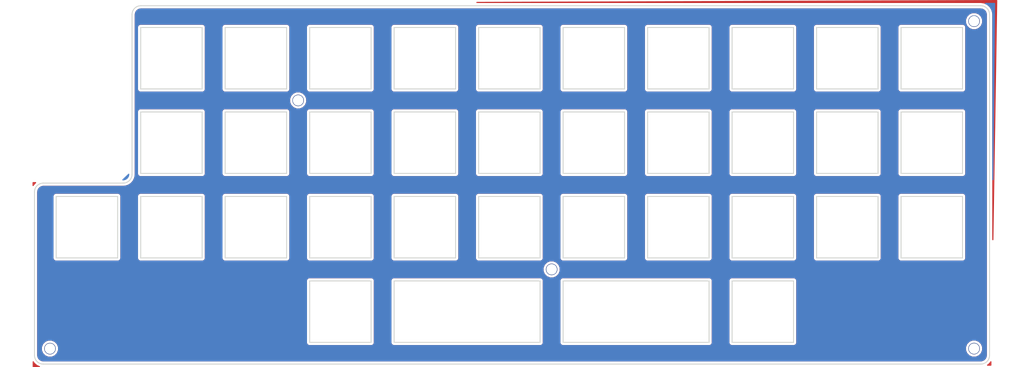
<source format=kicad_pcb>
(kicad_pcb (version 20171130) (host pcbnew "(5.0.0)")

  (general
    (thickness 1.6)
    (drawings 157)
    (tracks 0)
    (zones 0)
    (modules 5)
    (nets 1)
  )

  (page A4)
  (layers
    (0 F.Cu signal)
    (31 B.Cu signal)
    (32 B.Adhes user)
    (33 F.Adhes user)
    (34 B.Paste user)
    (35 F.Paste user)
    (36 B.SilkS user)
    (37 F.SilkS user)
    (38 B.Mask user)
    (39 F.Mask user)
    (40 Dwgs.User user)
    (41 Cmts.User user)
    (42 Eco1.User user)
    (43 Eco2.User user)
    (44 Edge.Cuts user)
    (45 Margin user)
    (46 B.CrtYd user)
    (47 F.CrtYd user)
    (48 B.Fab user)
    (49 F.Fab user)
  )

  (setup
    (last_trace_width 0.25)
    (trace_clearance 0.2)
    (zone_clearance 0.508)
    (zone_45_only no)
    (trace_min 0.2)
    (segment_width 0.2)
    (edge_width 0.15)
    (via_size 0.8)
    (via_drill 0.4)
    (via_min_size 0.4)
    (via_min_drill 0.3)
    (uvia_size 0.3)
    (uvia_drill 0.1)
    (uvias_allowed no)
    (uvia_min_size 0.2)
    (uvia_min_drill 0.1)
    (pcb_text_width 0.3)
    (pcb_text_size 1.5 1.5)
    (mod_edge_width 0.15)
    (mod_text_size 1 1)
    (mod_text_width 0.15)
    (pad_size 2.6 2.6)
    (pad_drill 2.2)
    (pad_to_mask_clearance 0.2)
    (aux_axis_origin 0 0)
    (visible_elements 7FFFFFFF)
    (pcbplotparams
      (layerselection 0x010f0_ffffffff)
      (usegerberextensions false)
      (usegerberattributes false)
      (usegerberadvancedattributes false)
      (creategerberjobfile false)
      (excludeedgelayer true)
      (linewidth 0.150000)
      (plotframeref false)
      (viasonmask false)
      (mode 1)
      (useauxorigin false)
      (hpglpennumber 1)
      (hpglpenspeed 20)
      (hpglpendiameter 15.000000)
      (psnegative false)
      (psa4output false)
      (plotreference true)
      (plotvalue true)
      (plotinvisibletext false)
      (padsonsilk false)
      (subtractmaskfromsilk false)
      (outputformat 1)
      (mirror false)
      (drillshape 0)
      (scaleselection 1)
      (outputdirectory ""))
  )

  (net 0 "")

  (net_class Default "This is the default net class."
    (clearance 0.2)
    (trace_width 0.25)
    (via_dia 0.8)
    (via_drill 0.4)
    (uvia_dia 0.3)
    (uvia_drill 0.1)
  )

  (module MountingHole:MountingHole_2.2mm_M2_Pad (layer F.Cu) (tedit 5C92719F) (tstamp 5C927400)
    (at 241.48 118.09)
    (descr "Mounting Hole 2.2mm, M2")
    (tags "mounting hole 2.2mm m2")
    (attr virtual)
    (fp_text reference "" (at 0 -3.2) (layer F.SilkS)
      (effects (font (size 1 1) (thickness 0.15)))
    )
    (fp_text value MountingHole_2.2mm_M2_Pad (at 0 3.2) (layer F.Fab)
      (effects (font (size 1 1) (thickness 0.15)))
    )
    (fp_circle (center 0 0) (end 2.45 0) (layer F.CrtYd) (width 0.05))
    (fp_circle (center 0 0) (end 2.2 0) (layer Cmts.User) (width 0.15))
    (fp_text user %R (at 0.3 0) (layer F.Fab)
      (effects (font (size 1 1) (thickness 0.15)))
    )
    (pad 1 thru_hole circle (at 0 0) (size 2.6 2.6) (drill 2.2) (layers *.Cu *.Mask))
  )

  (module MountingHole:MountingHole_2.2mm_M2_Pad (layer F.Cu) (tedit 5C9271A9) (tstamp 5C927477)
    (at 241.48 44.27)
    (descr "Mounting Hole 2.2mm, M2")
    (tags "mounting hole 2.2mm m2")
    (attr virtual)
    (fp_text reference "" (at 0 -3.2) (layer F.SilkS)
      (effects (font (size 1 1) (thickness 0.15)))
    )
    (fp_text value MountingHole_2.2mm_M2_Pad (at 0 3.2) (layer F.Fab)
      (effects (font (size 1 1) (thickness 0.15)))
    )
    (fp_circle (center 0 0) (end 2.45 0) (layer F.CrtYd) (width 0.05))
    (fp_circle (center 0 0) (end 2.2 0) (layer Cmts.User) (width 0.15))
    (fp_text user %R (at 0.3 0) (layer F.Fab)
      (effects (font (size 1 1) (thickness 0.15)))
    )
    (pad 1 thru_hole circle (at 0 0) (size 2.6 2.6) (drill 2.2) (layers *.Cu *.Mask))
  )

  (module MountingHole:MountingHole_2.2mm_M2_Pad (layer F.Cu) (tedit 5C9271A4) (tstamp 5C9274CF)
    (at 146.23 100.23)
    (descr "Mounting Hole 2.2mm, M2")
    (tags "mounting hole 2.2mm m2")
    (attr virtual)
    (fp_text reference "" (at 0 -3.2) (layer F.SilkS)
      (effects (font (size 1 1) (thickness 0.15)))
    )
    (fp_text value MountingHole_2.2mm_M2_Pad (at 0 3.2) (layer F.Fab)
      (effects (font (size 1 1) (thickness 0.15)))
    )
    (fp_circle (center 0 0) (end 2.45 0) (layer F.CrtYd) (width 0.05))
    (fp_circle (center 0 0) (end 2.2 0) (layer Cmts.User) (width 0.15))
    (fp_text user %R (at 0.3 0) (layer F.Fab)
      (effects (font (size 1 1) (thickness 0.15)))
    )
    (pad 1 thru_hole circle (at 0 0) (size 2.6 2.6) (drill 2.2) (layers *.Cu *.Mask))
  )

  (module MountingHole:MountingHole_2.2mm_M2_Pad (layer F.Cu) (tedit 5C92719A) (tstamp 5C9274F9)
    (at 33.12 118.1)
    (descr "Mounting Hole 2.2mm, M2")
    (tags "mounting hole 2.2mm m2")
    (attr virtual)
    (fp_text reference "" (at 0 -3.2) (layer F.SilkS)
      (effects (font (size 1 1) (thickness 0.15)))
    )
    (fp_text value MountingHole_2.2mm_M2_Pad (at 0 3.2) (layer F.Fab)
      (effects (font (size 1 1) (thickness 0.15)))
    )
    (fp_circle (center 0 0) (end 2.45 0) (layer F.CrtYd) (width 0.05))
    (fp_circle (center 0 0) (end 2.2 0) (layer Cmts.User) (width 0.15))
    (fp_text user %R (at 0.3 0) (layer F.Fab)
      (effects (font (size 1 1) (thickness 0.15)))
    )
    (pad 1 thru_hole circle (at 0 0) (size 2.6 2.6) (drill 2.2) (layers *.Cu *.Mask))
  )

  (module MountingHole:MountingHole_2.2mm_M2_Pad (layer F.Cu) (tedit 5C927195) (tstamp 5C92756C)
    (at 89.08 62.13)
    (descr "Mounting Hole 2.2mm, M2")
    (tags "mounting hole 2.2mm m2")
    (attr virtual)
    (fp_text reference "" (at 0 -3.2) (layer F.SilkS)
      (effects (font (size 1 1) (thickness 0.15)))
    )
    (fp_text value MountingHole_2.2mm_M2_Pad (at 0 3.2) (layer F.Fab)
      (effects (font (size 1 1) (thickness 0.15)))
    )
    (fp_circle (center 0 0) (end 2.45 0) (layer F.CrtYd) (width 0.05))
    (fp_circle (center 0 0) (end 2.2 0) (layer Cmts.User) (width 0.15))
    (fp_text user %R (at 0.3 0) (layer F.Fab)
      (effects (font (size 1 1) (thickness 0.15)))
    )
    (pad 1 thru_hole circle (at 0 0) (size 2.6 2.6) (drill 2.2) (layers *.Cu *.Mask))
  )

  (gr_circle (center 241.479951 44.272569) (end 242.579951 44.272569) (layer Edge.Cuts) (width 0.2))
  (gr_line (start 67.42875 78.5815) (end 53.57875 78.5815) (layer Edge.Cuts) (width 0.2))
  (gr_circle (center 33.119529 118.091823) (end 34.219529 118.091823) (layer Edge.Cuts) (width 0.2))
  (gr_circle (center 89.079494 62.132) (end 90.179494 62.132) (layer Edge.Cuts) (width 0.2))
  (gr_line (start 53.57875 78.5815) (end 53.57875 64.7315) (layer Edge.Cuts) (width 0.2))
  (gr_line (start 67.42875 97.6315) (end 67.42875 83.7815) (layer Edge.Cuts) (width 0.2))
  (gr_line (start 53.57875 83.7815) (end 53.57875 97.6315) (layer Edge.Cuts) (width 0.2))
  (gr_circle (center 241.48039 118.091746) (end 242.58039 118.091746) (layer Edge.Cuts) (width 0.2))
  (gr_line (start 48.37875 83.7815) (end 48.37875 97.6315) (layer Edge.Cuts) (width 0.2))
  (gr_line (start 53.57875 97.6315) (end 67.42875 97.6315) (layer Edge.Cuts) (width 0.2))
  (gr_circle (center 146.229551 100.231877) (end 147.329551 100.231877) (layer Edge.Cuts) (width 0.2))
  (gr_line (start 53.57875 64.7315) (end 67.42875 64.7315) (layer Edge.Cuts) (width 0.2))
  (gr_line (start 34.52875 83.7815) (end 48.37875 83.7815) (layer Edge.Cuts) (width 0.2))
  (gr_line (start 72.62875 97.6315) (end 72.62875 83.7815) (layer Edge.Cuts) (width 0.2))
  (gr_line (start 67.42875 64.7315) (end 67.42875 78.5815) (layer Edge.Cuts) (width 0.2))
  (gr_line (start 48.37875 97.6315) (end 34.52875 97.6315) (layer Edge.Cuts) (width 0.2))
  (gr_line (start 67.42875 83.7815) (end 53.57875 83.7815) (layer Edge.Cuts) (width 0.2))
  (gr_line (start 34.52875 97.6315) (end 34.52875 83.7815) (layer Edge.Cuts) (width 0.2))
  (gr_line (start 86.47875 83.7815) (end 86.47875 97.6315) (layer Edge.Cuts) (width 0.2))
  (gr_line (start 86.47875 97.6315) (end 72.62875 97.6315) (layer Edge.Cuts) (width 0.2))
  (gr_line (start 72.62875 78.5815) (end 86.47875 78.5815) (layer Edge.Cuts) (width 0.2))
  (gr_line (start 105.52875 78.5815) (end 105.52875 64.7315) (layer Edge.Cuts) (width 0.2))
  (gr_line (start 91.67875 78.5815) (end 105.52875 78.5815) (layer Edge.Cuts) (width 0.2))
  (gr_line (start 72.62875 64.7315) (end 72.62875 78.5815) (layer Edge.Cuts) (width 0.2))
  (gr_line (start 110.72875 78.5815) (end 124.57875 78.5815) (layer Edge.Cuts) (width 0.2))
  (gr_line (start 143.62875 78.5815) (end 129.77875 78.5815) (layer Edge.Cuts) (width 0.2))
  (gr_line (start 86.47875 64.7315) (end 72.62875 64.7315) (layer Edge.Cuts) (width 0.2))
  (gr_line (start 124.57875 97.6315) (end 124.57875 83.7815) (layer Edge.Cuts) (width 0.2))
  (gr_line (start 110.72875 64.7315) (end 110.72875 78.5815) (layer Edge.Cuts) (width 0.2))
  (gr_line (start 105.52875 97.6315) (end 105.52875 83.7815) (layer Edge.Cuts) (width 0.2))
  (gr_line (start 91.67875 64.7315) (end 91.67875 78.5815) (layer Edge.Cuts) (width 0.2))
  (gr_line (start 105.52875 64.7315) (end 91.67875 64.7315) (layer Edge.Cuts) (width 0.2))
  (gr_line (start 91.67875 97.6315) (end 105.52875 97.6315) (layer Edge.Cuts) (width 0.2))
  (gr_line (start 105.52875 83.7815) (end 91.67875 83.7815) (layer Edge.Cuts) (width 0.2))
  (gr_line (start 124.57875 64.7315) (end 110.72875 64.7315) (layer Edge.Cuts) (width 0.2))
  (gr_line (start 124.57875 83.7815) (end 110.72875 83.7815) (layer Edge.Cuts) (width 0.2))
  (gr_line (start 124.57875 78.5815) (end 124.57875 64.7315) (layer Edge.Cuts) (width 0.2))
  (gr_line (start 129.77875 78.5815) (end 129.77875 64.7315) (layer Edge.Cuts) (width 0.2))
  (gr_line (start 110.72875 83.7815) (end 110.72875 97.6315) (layer Edge.Cuts) (width 0.2))
  (gr_line (start 91.67875 83.7815) (end 91.67875 97.6315) (layer Edge.Cuts) (width 0.2))
  (gr_line (start 110.72875 97.6315) (end 124.57875 97.6315) (layer Edge.Cuts) (width 0.2))
  (gr_line (start 72.62875 83.7815) (end 86.47875 83.7815) (layer Edge.Cuts) (width 0.2))
  (gr_line (start 86.47875 78.5815) (end 86.47875 64.7315) (layer Edge.Cuts) (width 0.2))
  (gr_arc (start 31.62275 82.7755) (end 31.62275 80.7755) (angle -90) (layer Edge.Cuts) (width 0.2))
  (gr_line (start 49.62275 80.7755) (end 31.62275 80.7755) (layer Edge.Cuts) (width 0.2))
  (gr_arc (start 49.62275 78.7755) (end 49.62275 80.7755) (angle -90) (layer Edge.Cuts) (width 0.2))
  (gr_arc (start 53.62275 42.7755) (end 53.62275 40.7755) (angle -90) (layer Edge.Cuts) (width 0.2))
  (gr_line (start 242.97675 40.7755) (end 53.62275 40.7755) (layer Edge.Cuts) (width 0.2))
  (gr_arc (start 242.97675 42.7755) (end 244.97675 42.7755) (angle -90) (layer Edge.Cuts) (width 0.2))
  (gr_arc (start 242.97675 119.5885) (end 242.97675 121.5885) (angle -90) (layer Edge.Cuts) (width 0.2))
  (gr_line (start 31.62275 121.5885) (end 242.97675 121.5885) (layer Edge.Cuts) (width 0.2))
  (gr_line (start 244.97675 119.5885) (end 244.97675 42.7755) (layer Edge.Cuts) (width 0.2))
  (gr_line (start 51.62275 42.7755) (end 51.62275 78.7755) (layer Edge.Cuts) (width 0.2))
  (gr_line (start 29.62275 82.7755) (end 29.62275 119.5885) (layer Edge.Cuts) (width 0.2))
  (gr_line (start 124.57875 59.5315) (end 124.57875 45.6815) (layer Edge.Cuts) (width 0.2))
  (gr_line (start 67.42875 59.5315) (end 53.57875 59.5315) (layer Edge.Cuts) (width 0.2))
  (gr_line (start 105.52875 45.6815) (end 105.52875 59.5315) (layer Edge.Cuts) (width 0.2))
  (gr_line (start 129.77875 59.5315) (end 129.77875 45.6815) (layer Edge.Cuts) (width 0.2))
  (gr_line (start 143.62875 59.5315) (end 129.77875 59.5315) (layer Edge.Cuts) (width 0.2))
  (gr_line (start 53.57875 59.5315) (end 53.57875 45.6815) (layer Edge.Cuts) (width 0.2))
  (gr_line (start 110.72875 59.5315) (end 124.57875 59.5315) (layer Edge.Cuts) (width 0.2))
  (gr_line (start 67.42875 45.6815) (end 67.42875 59.5315) (layer Edge.Cuts) (width 0.2))
  (gr_line (start 53.57875 45.6815) (end 67.42875 45.6815) (layer Edge.Cuts) (width 0.2))
  (gr_line (start 91.67875 45.6815) (end 105.52875 45.6815) (layer Edge.Cuts) (width 0.2))
  (gr_line (start 86.47875 59.5315) (end 86.47875 45.6815) (layer Edge.Cuts) (width 0.2))
  (gr_line (start 148.82875 45.6815) (end 148.82875 59.5315) (layer Edge.Cuts) (width 0.2))
  (gr_line (start 124.57875 45.6815) (end 110.72875 45.6815) (layer Edge.Cuts) (width 0.2))
  (gr_line (start 86.47875 45.6815) (end 72.62875 45.6815) (layer Edge.Cuts) (width 0.2))
  (gr_line (start 91.67875 59.5315) (end 91.67875 45.6815) (layer Edge.Cuts) (width 0.2))
  (gr_line (start 72.62875 59.5315) (end 86.47875 59.5315) (layer Edge.Cuts) (width 0.2))
  (gr_line (start 72.62875 45.6815) (end 72.62875 59.5315) (layer Edge.Cuts) (width 0.2))
  (gr_line (start 162.67875 45.6815) (end 148.82875 45.6815) (layer Edge.Cuts) (width 0.2))
  (gr_line (start 143.62875 45.6815) (end 143.62875 59.5315) (layer Edge.Cuts) (width 0.2))
  (gr_line (start 129.77875 45.6815) (end 143.62875 45.6815) (layer Edge.Cuts) (width 0.2))
  (gr_line (start 105.52875 59.5315) (end 91.67875 59.5315) (layer Edge.Cuts) (width 0.2))
  (gr_arc (start 31.62275 119.5885) (end 29.62275 119.5885) (angle -90) (layer Edge.Cuts) (width 0.2))
  (gr_line (start 110.72875 45.6815) (end 110.72875 59.5315) (layer Edge.Cuts) (width 0.2))
  (gr_line (start 225.02875 78.5815) (end 225.02875 64.7315) (layer Edge.Cuts) (width 0.2))
  (gr_line (start 205.97875 78.5815) (end 219.82875 78.5815) (layer Edge.Cuts) (width 0.2))
  (gr_line (start 225.02875 45.6815) (end 238.87875 45.6815) (layer Edge.Cuts) (width 0.2))
  (gr_line (start 225.02875 64.7315) (end 238.87875 64.7315) (layer Edge.Cuts) (width 0.2))
  (gr_line (start 219.82875 64.7315) (end 205.97875 64.7315) (layer Edge.Cuts) (width 0.2))
  (gr_line (start 219.82875 59.5315) (end 219.82875 45.6815) (layer Edge.Cuts) (width 0.2))
  (gr_line (start 186.92875 78.5815) (end 200.77875 78.5815) (layer Edge.Cuts) (width 0.2))
  (gr_line (start 205.97875 59.5315) (end 219.82875 59.5315) (layer Edge.Cuts) (width 0.2))
  (gr_line (start 205.97875 64.7315) (end 205.97875 78.5815) (layer Edge.Cuts) (width 0.2))
  (gr_line (start 238.87875 78.5815) (end 225.02875 78.5815) (layer Edge.Cuts) (width 0.2))
  (gr_line (start 186.92875 64.7315) (end 186.92875 78.5815) (layer Edge.Cuts) (width 0.2))
  (gr_line (start 225.02875 97.6315) (end 225.02875 83.7815) (layer Edge.Cuts) (width 0.2))
  (gr_line (start 225.02875 83.7815) (end 238.87875 83.7815) (layer Edge.Cuts) (width 0.2))
  (gr_line (start 238.87875 97.6315) (end 225.02875 97.6315) (layer Edge.Cuts) (width 0.2))
  (gr_line (start 238.87875 83.7815) (end 238.87875 97.6315) (layer Edge.Cuts) (width 0.2))
  (gr_line (start 238.87875 59.5315) (end 225.02875 59.5315) (layer Edge.Cuts) (width 0.2))
  (gr_line (start 238.87875 64.7315) (end 238.87875 78.5815) (layer Edge.Cuts) (width 0.2))
  (gr_line (start 225.02875 59.5315) (end 225.02875 45.6815) (layer Edge.Cuts) (width 0.2))
  (gr_line (start 200.77875 64.7315) (end 186.92875 64.7315) (layer Edge.Cuts) (width 0.2))
  (gr_line (start 238.87875 45.6815) (end 238.87875 59.5315) (layer Edge.Cuts) (width 0.2))
  (gr_line (start 219.82875 78.5815) (end 219.82875 64.7315) (layer Edge.Cuts) (width 0.2))
  (gr_line (start 200.77875 78.5815) (end 200.77875 64.7315) (layer Edge.Cuts) (width 0.2))
  (gr_line (start 205.97875 45.6815) (end 205.97875 59.5315) (layer Edge.Cuts) (width 0.2))
  (gr_line (start 181.72875 83.7815) (end 181.72875 97.6315) (layer Edge.Cuts) (width 0.2))
  (gr_line (start 167.87875 97.6315) (end 167.87875 83.7815) (layer Edge.Cuts) (width 0.2))
  (gr_line (start 205.97875 83.7815) (end 205.97875 97.6315) (layer Edge.Cuts) (width 0.2))
  (gr_line (start 200.77875 83.7815) (end 200.77875 97.6315) (layer Edge.Cuts) (width 0.2))
  (gr_line (start 219.82875 83.7815) (end 205.97875 83.7815) (layer Edge.Cuts) (width 0.2))
  (gr_line (start 167.87875 83.7815) (end 181.72875 83.7815) (layer Edge.Cuts) (width 0.2))
  (gr_line (start 186.92875 97.6315) (end 186.92875 83.7815) (layer Edge.Cuts) (width 0.2))
  (gr_line (start 200.77875 102.8315) (end 200.77875 116.6815) (layer Edge.Cuts) (width 0.2))
  (gr_line (start 186.92875 83.7815) (end 200.77875 83.7815) (layer Edge.Cuts) (width 0.2))
  (gr_line (start 186.92875 102.8315) (end 200.77875 102.8315) (layer Edge.Cuts) (width 0.2))
  (gr_line (start 181.72875 116.6815) (end 181.72875 102.8315) (layer Edge.Cuts) (width 0.2))
  (gr_line (start 200.77875 97.6315) (end 186.92875 97.6315) (layer Edge.Cuts) (width 0.2))
  (gr_line (start 181.72875 78.5815) (end 167.87875 78.5815) (layer Edge.Cuts) (width 0.2))
  (gr_line (start 219.82875 97.6315) (end 219.82875 83.7815) (layer Edge.Cuts) (width 0.2))
  (gr_line (start 148.82875 116.6815) (end 181.72875 116.6815) (layer Edge.Cuts) (width 0.2))
  (gr_line (start 186.92875 116.6815) (end 186.92875 102.8315) (layer Edge.Cuts) (width 0.2))
  (gr_line (start 181.72875 64.7315) (end 181.72875 78.5815) (layer Edge.Cuts) (width 0.2))
  (gr_line (start 205.97875 97.6315) (end 219.82875 97.6315) (layer Edge.Cuts) (width 0.2))
  (gr_line (start 200.77875 116.6815) (end 186.92875 116.6815) (layer Edge.Cuts) (width 0.2))
  (gr_line (start 181.72875 97.6315) (end 167.87875 97.6315) (layer Edge.Cuts) (width 0.2))
  (gr_line (start 167.87875 78.5815) (end 167.87875 64.7315) (layer Edge.Cuts) (width 0.2))
  (gr_line (start 167.87875 64.7315) (end 181.72875 64.7315) (layer Edge.Cuts) (width 0.2))
  (gr_line (start 181.72875 102.8315) (end 148.82875 102.8315) (layer Edge.Cuts) (width 0.2))
  (gr_line (start 129.77875 64.7315) (end 143.62875 64.7315) (layer Edge.Cuts) (width 0.2))
  (gr_line (start 129.77875 97.6315) (end 129.77875 83.7815) (layer Edge.Cuts) (width 0.2))
  (gr_line (start 148.82875 78.5815) (end 148.82875 64.7315) (layer Edge.Cuts) (width 0.2))
  (gr_line (start 129.77875 83.7815) (end 143.62875 83.7815) (layer Edge.Cuts) (width 0.2))
  (gr_line (start 105.52875 102.8315) (end 91.67875 102.8315) (layer Edge.Cuts) (width 0.2))
  (gr_line (start 148.82875 102.8315) (end 148.82875 116.6815) (layer Edge.Cuts) (width 0.2))
  (gr_line (start 162.67875 78.5815) (end 148.82875 78.5815) (layer Edge.Cuts) (width 0.2))
  (gr_line (start 105.52875 116.6815) (end 105.52875 102.8315) (layer Edge.Cuts) (width 0.2))
  (gr_line (start 148.82875 97.6315) (end 148.82875 83.7815) (layer Edge.Cuts) (width 0.2))
  (gr_line (start 110.72875 116.6815) (end 110.72875 102.8315) (layer Edge.Cuts) (width 0.2))
  (gr_line (start 162.67875 64.7315) (end 162.67875 78.5815) (layer Edge.Cuts) (width 0.2))
  (gr_line (start 148.82875 64.7315) (end 162.67875 64.7315) (layer Edge.Cuts) (width 0.2))
  (gr_line (start 91.67875 102.8315) (end 91.67875 116.6815) (layer Edge.Cuts) (width 0.2))
  (gr_line (start 91.67875 116.6815) (end 105.52875 116.6815) (layer Edge.Cuts) (width 0.2))
  (gr_line (start 143.62875 97.6315) (end 129.77875 97.6315) (layer Edge.Cuts) (width 0.2))
  (gr_line (start 143.62875 83.7815) (end 143.62875 97.6315) (layer Edge.Cuts) (width 0.2))
  (gr_line (start 143.62875 116.6815) (end 110.72875 116.6815) (layer Edge.Cuts) (width 0.2))
  (gr_line (start 110.72875 102.8315) (end 143.62875 102.8315) (layer Edge.Cuts) (width 0.2))
  (gr_line (start 162.67875 83.7815) (end 162.67875 97.6315) (layer Edge.Cuts) (width 0.2))
  (gr_line (start 143.62875 102.8315) (end 143.62875 116.6815) (layer Edge.Cuts) (width 0.2))
  (gr_line (start 162.67875 97.6315) (end 148.82875 97.6315) (layer Edge.Cuts) (width 0.2))
  (gr_line (start 148.82875 83.7815) (end 162.67875 83.7815) (layer Edge.Cuts) (width 0.2))
  (gr_line (start 143.62875 64.7315) (end 143.62875 78.5815) (layer Edge.Cuts) (width 0.2))
  (gr_line (start 167.87875 45.6815) (end 167.87875 59.5315) (layer Edge.Cuts) (width 0.2))
  (gr_line (start 219.82875 45.6815) (end 205.97875 45.6815) (layer Edge.Cuts) (width 0.2))
  (gr_line (start 186.92875 59.5315) (end 200.77875 59.5315) (layer Edge.Cuts) (width 0.2))
  (gr_line (start 200.77875 59.5315) (end 200.77875 45.6815) (layer Edge.Cuts) (width 0.2))
  (gr_line (start 186.92875 45.6815) (end 186.92875 59.5315) (layer Edge.Cuts) (width 0.2))
  (gr_line (start 200.77875 45.6815) (end 186.92875 45.6815) (layer Edge.Cuts) (width 0.2))
  (gr_line (start 181.72875 59.5315) (end 181.72875 45.6815) (layer Edge.Cuts) (width 0.2))
  (gr_line (start 181.72875 45.6815) (end 167.87875 45.6815) (layer Edge.Cuts) (width 0.2))
  (gr_line (start 167.87875 59.5315) (end 181.72875 59.5315) (layer Edge.Cuts) (width 0.2))
  (gr_line (start 162.67875 59.5315) (end 162.67875 45.6815) (layer Edge.Cuts) (width 0.2))
  (gr_line (start 148.82875 59.5315) (end 162.67875 59.5315) (layer Edge.Cuts) (width 0.2))

  (zone (net 0) (net_name "") (layers F&B.Cu) (tstamp 0) (hatch edge 0.508)
    (connect_pads (clearance 0.508))
    (min_thickness 0.254)
    (keepout (tracks not_allowed) (vias not_allowed) (copperpour not_allowed))
    (fill (arc_segments 16) (thermal_gap 0.508) (thermal_bridge_width 0.508))
    (polygon
      (pts
        (xy 225.171 45.847) (xy 238.76 45.847) (xy 238.76 59.436) (xy 225.298 59.436) (xy 225.298 59.309)
        (xy 225.171 59.436)
      )
    )
  )
  (zone (net 0) (net_name "") (layers F&B.Cu) (tstamp 0) (hatch edge 0.508)
    (connect_pads (clearance 0.508))
    (min_thickness 0.254)
    (keepout (tracks not_allowed) (vias not_allowed) (copperpour not_allowed))
    (fill (arc_segments 16) (thermal_gap 0.508) (thermal_bridge_width 0.508))
    (polygon
      (pts
        (xy 225.171 64.897) (xy 238.76 64.897) (xy 238.633 78.359) (xy 225.171 78.359)
      )
    )
  )
  (zone (net 0) (net_name "") (layers F&B.Cu) (tstamp 0) (hatch edge 0.508)
    (connect_pads (clearance 0.508))
    (min_thickness 0.254)
    (keepout (tracks not_allowed) (vias not_allowed) (copperpour not_allowed))
    (fill (arc_segments 16) (thermal_gap 0.508) (thermal_bridge_width 0.508))
    (polygon
      (pts
        (xy 225.171 83.947) (xy 238.76 83.947) (xy 238.76 97.536) (xy 225.171 97.536)
      )
    )
  )
  (zone (net 0) (net_name "") (layers F&B.Cu) (tstamp 0) (hatch edge 0.508)
    (connect_pads (clearance 0.508))
    (min_thickness 0.254)
    (keepout (tracks not_allowed) (vias not_allowed) (copperpour not_allowed))
    (fill (arc_segments 16) (thermal_gap 0.508) (thermal_bridge_width 0.508))
    (polygon
      (pts
        (xy 206.121 45.72) (xy 219.71 45.72) (xy 219.71 59.436) (xy 206.121 59.436)
      )
    )
  )
  (zone (net 0) (net_name "") (layers F&B.Cu) (tstamp 0) (hatch edge 0.508)
    (connect_pads (clearance 0.508))
    (min_thickness 0.254)
    (keepout (tracks not_allowed) (vias not_allowed) (copperpour not_allowed))
    (fill (arc_segments 16) (thermal_gap 0.508) (thermal_bridge_width 0.508))
    (polygon
      (pts
        (xy 187.071 45.72) (xy 200.66 45.72) (xy 200.533 59.309) (xy 187.071 59.309)
      )
    )
  )
  (zone (net 0) (net_name "") (layers F&B.Cu) (tstamp 0) (hatch edge 0.508)
    (connect_pads (clearance 0.508))
    (min_thickness 0.254)
    (keepout (tracks not_allowed) (vias not_allowed) (copperpour not_allowed))
    (fill (arc_segments 16) (thermal_gap 0.508) (thermal_bridge_width 0.508))
    (polygon
      (pts
        (xy 206.121 64.77) (xy 219.71 64.77) (xy 219.71 78.359) (xy 206.121 78.359)
      )
    )
  )
  (zone (net 0) (net_name "") (layers F&B.Cu) (tstamp 0) (hatch edge 0.508)
    (connect_pads (clearance 0.508))
    (min_thickness 0.254)
    (keepout (tracks not_allowed) (vias not_allowed) (copperpour not_allowed))
    (fill (arc_segments 16) (thermal_gap 0.508) (thermal_bridge_width 0.508))
    (polygon
      (pts
        (xy 206.121 83.947) (xy 219.71 83.947) (xy 219.583 97.536) (xy 206.121 97.536)
      )
    )
  )
  (zone (net 0) (net_name "") (layers F&B.Cu) (tstamp 0) (hatch edge 0.508)
    (connect_pads (clearance 0.508))
    (min_thickness 0.254)
    (keepout (tracks not_allowed) (vias not_allowed) (copperpour not_allowed))
    (fill (arc_segments 16) (thermal_gap 0.508) (thermal_bridge_width 0.508))
    (polygon
      (pts
        (xy 187.071 64.897) (xy 200.66 64.897) (xy 200.66 78.486) (xy 187.071 78.486)
      )
    )
  )
  (zone (net 0) (net_name "") (layers F&B.Cu) (tstamp 0) (hatch edge 0.508)
    (connect_pads (clearance 0.508))
    (min_thickness 0.254)
    (keepout (tracks not_allowed) (vias not_allowed) (copperpour not_allowed))
    (fill (arc_segments 16) (thermal_gap 0.508) (thermal_bridge_width 0.508))
    (polygon
      (pts
        (xy 187.071 83.947) (xy 200.66 83.947) (xy 200.66 97.536) (xy 187.071 97.536)
      )
    )
  )
  (zone (net 0) (net_name "") (layers F&B.Cu) (tstamp 0) (hatch edge 0.508)
    (connect_pads (clearance 0.508))
    (min_thickness 0.254)
    (keepout (tracks not_allowed) (vias not_allowed) (copperpour not_allowed))
    (fill (arc_segments 16) (thermal_gap 0.508) (thermal_bridge_width 0.508))
    (polygon
      (pts
        (xy 187.071 102.997) (xy 200.66 102.87) (xy 200.66 116.586) (xy 187.071 116.586)
      )
    )
  )
  (zone (net 0) (net_name "") (layers F&B.Cu) (tstamp 0) (hatch edge 0.508)
    (connect_pads (clearance 0.508))
    (min_thickness 0.254)
    (keepout (tracks not_allowed) (vias not_allowed) (copperpour not_allowed))
    (fill (arc_segments 16) (thermal_gap 0.508) (thermal_bridge_width 0.508))
    (polygon
      (pts
        (xy 168.021 45.847) (xy 181.61 45.847) (xy 181.61 59.436) (xy 168.021 59.436)
      )
    )
  )
  (zone (net 0) (net_name "") (layers F&B.Cu) (tstamp 0) (hatch edge 0.508)
    (connect_pads (clearance 0.508))
    (min_thickness 0.254)
    (keepout (tracks not_allowed) (vias not_allowed) (copperpour not_allowed))
    (fill (arc_segments 16) (thermal_gap 0.508) (thermal_bridge_width 0.508))
    (polygon
      (pts
        (xy 168.021 64.77) (xy 181.61 64.77) (xy 181.61 78.359) (xy 168.021 78.486)
      )
    )
  )
  (zone (net 0) (net_name "") (layers F&B.Cu) (tstamp 0) (hatch edge 0.508)
    (connect_pads (clearance 0.508))
    (min_thickness 0.254)
    (keepout (tracks not_allowed) (vias not_allowed) (copperpour not_allowed))
    (fill (arc_segments 16) (thermal_gap 0.508) (thermal_bridge_width 0.508))
    (polygon
      (pts
        (xy 168.021 83.947) (xy 181.61 83.947) (xy 181.61 97.536) (xy 168.021 97.536)
      )
    )
  )
  (zone (net 0) (net_name "") (layers F&B.Cu) (tstamp 0) (hatch edge 0.508)
    (connect_pads (clearance 0.508))
    (min_thickness 0.254)
    (keepout (tracks not_allowed) (vias not_allowed) (copperpour not_allowed))
    (fill (arc_segments 16) (thermal_gap 0.508) (thermal_bridge_width 0.508))
    (polygon
      (pts
        (xy 148.971 102.997) (xy 181.61 102.997) (xy 181.483 116.459) (xy 148.844 116.459)
      )
    )
  )
  (zone (net 0) (net_name "") (layers F&B.Cu) (tstamp 0) (hatch edge 0.508)
    (connect_pads (clearance 0.508))
    (min_thickness 0.254)
    (keepout (tracks not_allowed) (vias not_allowed) (copperpour not_allowed))
    (fill (arc_segments 16) (thermal_gap 0.508) (thermal_bridge_width 0.508))
    (polygon
      (pts
        (xy 110.871 102.997) (xy 143.51 102.997) (xy 143.51 116.586) (xy 110.871 116.586)
      )
    )
  )
  (zone (net 0) (net_name "") (layers F&B.Cu) (tstamp 0) (hatch edge 0.508)
    (connect_pads (clearance 0.508))
    (min_thickness 0.254)
    (keepout (tracks not_allowed) (vias not_allowed) (copperpour not_allowed))
    (fill (arc_segments 16) (thermal_gap 0.508) (thermal_bridge_width 0.508))
    (polygon
      (pts
        (xy 91.821 102.87) (xy 105.41 102.87) (xy 105.41 116.459) (xy 91.948 116.586)
      )
    )
  )
  (zone (net 0) (net_name "") (layers F&B.Cu) (tstamp 0) (hatch edge 0.508)
    (connect_pads (clearance 0.508))
    (min_thickness 0.254)
    (keepout (tracks not_allowed) (vias not_allowed) (copperpour not_allowed))
    (fill (arc_segments 16) (thermal_gap 0.508) (thermal_bridge_width 0.508))
    (polygon
      (pts
        (xy 148.971 45.847) (xy 162.56 45.847) (xy 162.56 59.436) (xy 148.971 59.309)
      )
    )
  )
  (zone (net 0) (net_name "") (layers F&B.Cu) (tstamp 0) (hatch edge 0.508)
    (connect_pads (clearance 0.508))
    (min_thickness 0.254)
    (keepout (tracks not_allowed) (vias not_allowed) (copperpour not_allowed))
    (fill (arc_segments 16) (thermal_gap 0.508) (thermal_bridge_width 0.508))
    (polygon
      (pts
        (xy 129.921 45.847) (xy 143.51 45.847) (xy 143.51 59.436) (xy 129.921 59.436)
      )
    )
  )
  (zone (net 0) (net_name "") (layers F&B.Cu) (tstamp 0) (hatch edge 0.508)
    (connect_pads (clearance 0.508))
    (min_thickness 0.254)
    (keepout (tracks not_allowed) (vias not_allowed) (copperpour not_allowed))
    (fill (arc_segments 16) (thermal_gap 0.508) (thermal_bridge_width 0.508))
    (polygon
      (pts
        (xy 148.971 64.897) (xy 162.56 64.897) (xy 162.56 78.486) (xy 148.971 78.486)
      )
    )
  )
  (zone (net 0) (net_name "") (layers F&B.Cu) (tstamp 0) (hatch edge 0.508)
    (connect_pads (clearance 0.508))
    (min_thickness 0.254)
    (keepout (tracks not_allowed) (vias not_allowed) (copperpour not_allowed))
    (fill (arc_segments 16) (thermal_gap 0.508) (thermal_bridge_width 0.508))
    (polygon
      (pts
        (xy 148.971 83.947) (xy 162.56 83.947) (xy 162.56 97.536) (xy 148.971 97.536)
      )
    )
  )
  (zone (net 0) (net_name "") (layers F&B.Cu) (tstamp 0) (hatch edge 0.508)
    (connect_pads (clearance 0.508))
    (min_thickness 0.254)
    (keepout (tracks not_allowed) (vias not_allowed) (copperpour not_allowed))
    (fill (arc_segments 16) (thermal_gap 0.508) (thermal_bridge_width 0.508))
    (polygon
      (pts
        (xy 129.921 64.897) (xy 143.51 64.897) (xy 143.51 78.486) (xy 129.921 78.486)
      )
    )
  )
  (zone (net 0) (net_name "") (layers F&B.Cu) (tstamp 0) (hatch edge 0.508)
    (connect_pads (clearance 0.508))
    (min_thickness 0.254)
    (keepout (tracks not_allowed) (vias not_allowed) (copperpour not_allowed))
    (fill (arc_segments 16) (thermal_gap 0.508) (thermal_bridge_width 0.508))
    (polygon
      (pts
        (xy 129.921 83.947) (xy 143.51 83.947) (xy 143.51 97.536) (xy 129.921 97.409)
      )
    )
  )
  (zone (net 0) (net_name "") (layers F&B.Cu) (tstamp 0) (hatch edge 0.508)
    (connect_pads (clearance 0.508))
    (min_thickness 0.254)
    (keepout (tracks not_allowed) (vias not_allowed) (copperpour not_allowed))
    (fill (arc_segments 16) (thermal_gap 0.508) (thermal_bridge_width 0.508))
    (polygon
      (pts
        (xy 110.871 45.847) (xy 124.46 45.847) (xy 124.46 59.436) (xy 110.871 59.436)
      )
    )
  )
  (zone (net 0) (net_name "") (layers F&B.Cu) (tstamp 0) (hatch edge 0.508)
    (connect_pads (clearance 0.508))
    (min_thickness 0.254)
    (keepout (tracks not_allowed) (vias not_allowed) (copperpour not_allowed))
    (fill (arc_segments 16) (thermal_gap 0.508) (thermal_bridge_width 0.508))
    (polygon
      (pts
        (xy 110.871 64.897) (xy 124.46 64.897) (xy 124.46 78.486) (xy 110.871 78.486)
      )
    )
  )
  (zone (net 0) (net_name "") (layers F&B.Cu) (tstamp 0) (hatch edge 0.508)
    (connect_pads (clearance 0.508))
    (min_thickness 0.254)
    (keepout (tracks not_allowed) (vias not_allowed) (copperpour not_allowed))
    (fill (arc_segments 16) (thermal_gap 0.508) (thermal_bridge_width 0.508))
    (polygon
      (pts
        (xy 110.871 83.947) (xy 124.46 83.947) (xy 124.46 97.536) (xy 110.871 97.536)
      )
    )
  )
  (zone (net 0) (net_name "") (layers F&B.Cu) (tstamp 0) (hatch edge 0.508)
    (connect_pads (clearance 0.508))
    (min_thickness 0.254)
    (keepout (tracks not_allowed) (vias not_allowed) (copperpour not_allowed))
    (fill (arc_segments 16) (thermal_gap 0.508) (thermal_bridge_width 0.508))
    (polygon
      (pts
        (xy 91.821 45.847) (xy 105.41 45.847) (xy 105.41 59.436) (xy 91.821 59.436)
      )
    )
  )
  (zone (net 0) (net_name "") (layers F&B.Cu) (tstamp 0) (hatch edge 0.508)
    (connect_pads (clearance 0.508))
    (min_thickness 0.254)
    (keepout (tracks not_allowed) (vias not_allowed) (copperpour not_allowed))
    (fill (arc_segments 16) (thermal_gap 0.508) (thermal_bridge_width 0.508))
    (polygon
      (pts
        (xy 91.821 64.897) (xy 105.41 64.897) (xy 105.41 78.486) (xy 91.821 78.486)
      )
    )
  )
  (zone (net 0) (net_name "") (layers F&B.Cu) (tstamp 0) (hatch edge 0.508)
    (connect_pads (clearance 0.508))
    (min_thickness 0.254)
    (keepout (tracks not_allowed) (vias not_allowed) (copperpour not_allowed))
    (fill (arc_segments 16) (thermal_gap 0.508) (thermal_bridge_width 0.508))
    (polygon
      (pts
        (xy 91.821 83.947) (xy 105.41 83.947) (xy 105.41 97.536) (xy 91.821 97.536)
      )
    )
  )
  (zone (net 0) (net_name "") (layers F&B.Cu) (tstamp 0) (hatch edge 0.508)
    (connect_pads (clearance 0.508))
    (min_thickness 0.254)
    (keepout (tracks not_allowed) (vias not_allowed) (copperpour not_allowed))
    (fill (arc_segments 16) (thermal_gap 0.508) (thermal_bridge_width 0.508))
    (polygon
      (pts
        (xy 72.771 45.847) (xy 86.36 45.847) (xy 86.36 59.436) (xy 72.771 59.436) (xy 72.771 59.182)
      )
    )
  )
  (zone (net 0) (net_name "") (layers F&B.Cu) (tstamp 0) (hatch edge 0.508)
    (connect_pads (clearance 0.508))
    (min_thickness 0.254)
    (keepout (tracks not_allowed) (vias not_allowed) (copperpour not_allowed))
    (fill (arc_segments 16) (thermal_gap 0.508) (thermal_bridge_width 0.508))
    (polygon
      (pts
        (xy 72.771 64.897) (xy 86.36 64.897) (xy 86.36 78.486) (xy 72.771 78.486)
      )
    )
  )
  (zone (net 0) (net_name "") (layers F&B.Cu) (tstamp 0) (hatch edge 0.508)
    (connect_pads (clearance 0.508))
    (min_thickness 0.254)
    (keepout (tracks not_allowed) (vias not_allowed) (copperpour not_allowed))
    (fill (arc_segments 16) (thermal_gap 0.508) (thermal_bridge_width 0.508))
    (polygon
      (pts
        (xy 72.771 83.947) (xy 86.36 83.947) (xy 86.36 97.536) (xy 72.771 97.536)
      )
    )
  )
  (zone (net 0) (net_name "") (layers F&B.Cu) (tstamp 0) (hatch edge 0.508)
    (connect_pads (clearance 0.508))
    (min_thickness 0.254)
    (keepout (tracks not_allowed) (vias not_allowed) (copperpour not_allowed))
    (fill (arc_segments 16) (thermal_gap 0.508) (thermal_bridge_width 0.508))
    (polygon
      (pts
        (xy 53.721 45.847) (xy 67.31 45.847) (xy 67.31 59.436) (xy 53.721 59.436)
      )
    )
  )
  (zone (net 0) (net_name "") (layers F&B.Cu) (tstamp 0) (hatch edge 0.508)
    (connect_pads (clearance 0.508))
    (min_thickness 0.254)
    (keepout (tracks not_allowed) (vias not_allowed) (copperpour not_allowed))
    (fill (arc_segments 16) (thermal_gap 0.508) (thermal_bridge_width 0.508))
    (polygon
      (pts
        (xy 53.721 64.897) (xy 67.31 64.897) (xy 67.31 78.486) (xy 53.721 78.486)
      )
    )
  )
  (zone (net 0) (net_name "") (layers F&B.Cu) (tstamp 0) (hatch edge 0.508)
    (connect_pads (clearance 0.508))
    (min_thickness 0.254)
    (keepout (tracks not_allowed) (vias not_allowed) (copperpour not_allowed))
    (fill (arc_segments 16) (thermal_gap 0.508) (thermal_bridge_width 0.508))
    (polygon
      (pts
        (xy 53.721 83.947) (xy 67.31 83.947) (xy 67.31 97.536) (xy 53.721 97.536)
      )
    )
  )
  (zone (net 0) (net_name "") (layers F&B.Cu) (tstamp 0) (hatch edge 0.508)
    (connect_pads (clearance 0.508))
    (min_thickness 0.254)
    (keepout (tracks not_allowed) (vias not_allowed) (copperpour not_allowed))
    (fill (arc_segments 16) (thermal_gap 0.508) (thermal_bridge_width 0.508))
    (polygon
      (pts
        (xy 34.671 83.947) (xy 48.26 83.947) (xy 48.133 97.409) (xy 34.671 97.536)
      )
    )
  )
  (zone (net 0) (net_name "") (layer F.Cu) (tstamp 5C9274BB) (hatch edge 0.508)
    (connect_pads (clearance 0.508))
    (min_thickness 0.254)
    (fill yes (arc_segments 16) (thermal_gap 0.508) (thermal_bridge_width 0.508))
    (polygon
      (pts
        (xy 246.64 39.49) (xy 52.83 40.19) (xy 51.19 42.01) (xy 51.18 78.9) (xy 49.62 80.39)
        (xy 29.19 80.55) (xy 29.22 122.3) (xy 245.38 121.95) (xy 246.71 39.56)
      )
    )
    (filled_polygon
      (pts
        (xy 29.498851 121.303021) (xy 29.564441 121.378208) (xy 29.629078 121.454157) (xy 29.635844 121.46006) (xy 30.065429 121.830215)
        (xy 30.149492 121.883976) (xy 30.232841 121.938726) (xy 30.240988 121.94249) (xy 30.240991 121.942492) (xy 30.240994 121.942493)
        (xy 30.742545 122.170534) (xy 29.346909 122.172794) (xy 29.346115 121.067378)
      )
    )
    (filled_polygon
      (pts
        (xy 245.255031 121.823202) (xy 244.518483 121.824395) (xy 244.691271 121.712399) (xy 244.766458 121.646809) (xy 244.842407 121.582172)
        (xy 244.84831 121.575406) (xy 245.218465 121.145821) (xy 245.267196 121.069623)
      )
    )
    (filled_polygon
      (pts
        (xy 243.32969 41.568544) (xy 243.654254 41.716114) (xy 243.924357 41.94885) (xy 244.118282 42.248039) (xy 244.22772 42.613979)
        (xy 244.241751 42.802786) (xy 244.24175 119.536136) (xy 244.183706 119.941438) (xy 244.036135 120.266004) (xy 243.8034 120.536106)
        (xy 243.504209 120.730032) (xy 243.138275 120.83947) (xy 242.949477 120.8535) (xy 31.675114 120.8535) (xy 31.269812 120.795456)
        (xy 30.945246 120.647885) (xy 30.675144 120.41515) (xy 30.481218 120.115959) (xy 30.37178 119.750025) (xy 30.35775 119.561227)
        (xy 30.35775 117.76388) (xy 31.175934 117.76388) (xy 31.185 118.124322) (xy 31.185 118.484895) (xy 31.194656 118.508206)
        (xy 31.19529 118.533427) (xy 31.452545 119.154496) (xy 31.464631 119.159986) (xy 31.479586 119.19609) (xy 32.02391 119.740414)
        (xy 32.060014 119.755369) (xy 32.065504 119.767455) (xy 32.401974 119.897013) (xy 32.735105 120.035) (xy 32.760335 120.035)
        (xy 32.78388 120.044066) (xy 33.144322 120.035) (xy 33.504895 120.035) (xy 33.528206 120.025344) (xy 33.553427 120.02471)
        (xy 34.174496 119.767455) (xy 34.179986 119.755369) (xy 34.21609 119.740414) (xy 34.760414 119.19609) (xy 34.775369 119.159986)
        (xy 34.787455 119.154496) (xy 34.917013 118.818026) (xy 35.055 118.484895) (xy 35.055 118.459665) (xy 35.064066 118.43612)
        (xy 35.055 118.075678) (xy 35.055 117.75388) (xy 239.535934 117.75388) (xy 239.545 118.114322) (xy 239.545 118.474895)
        (xy 239.554656 118.498206) (xy 239.55529 118.523427) (xy 239.812545 119.144496) (xy 239.824631 119.149986) (xy 239.839586 119.18609)
        (xy 240.38391 119.730414) (xy 240.420014 119.745369) (xy 240.425504 119.757455) (xy 240.761974 119.887013) (xy 241.095105 120.025)
        (xy 241.120335 120.025) (xy 241.14388 120.034066) (xy 241.504322 120.025) (xy 241.864895 120.025) (xy 241.888206 120.015344)
        (xy 241.913427 120.01471) (xy 242.534496 119.757455) (xy 242.539986 119.745369) (xy 242.57609 119.730414) (xy 243.120414 119.18609)
        (xy 243.135369 119.149986) (xy 243.147455 119.144496) (xy 243.277013 118.808026) (xy 243.415 118.474895) (xy 243.415 118.449665)
        (xy 243.424066 118.42612) (xy 243.415 118.065678) (xy 243.415 117.705105) (xy 243.405344 117.681794) (xy 243.40471 117.656573)
        (xy 243.147455 117.035504) (xy 243.135369 117.030014) (xy 243.120414 116.99391) (xy 242.57609 116.449586) (xy 242.539986 116.434631)
        (xy 242.534496 116.422545) (xy 242.198026 116.292987) (xy 241.864895 116.155) (xy 241.839665 116.155) (xy 241.81612 116.145934)
        (xy 241.455678 116.155) (xy 241.095105 116.155) (xy 241.071794 116.164656) (xy 241.046573 116.16529) (xy 240.425504 116.422545)
        (xy 240.420014 116.434631) (xy 240.38391 116.449586) (xy 239.839586 116.99391) (xy 239.824631 117.030014) (xy 239.812545 117.035504)
        (xy 239.682987 117.371974) (xy 239.545 117.705105) (xy 239.545 117.730335) (xy 239.535934 117.75388) (xy 35.055 117.75388)
        (xy 35.055 117.715105) (xy 35.045344 117.691794) (xy 35.04471 117.666573) (xy 34.787455 117.045504) (xy 34.775369 117.040014)
        (xy 34.760414 117.00391) (xy 34.21609 116.459586) (xy 34.179986 116.444631) (xy 34.174496 116.432545) (xy 33.838026 116.302987)
        (xy 33.504895 116.165) (xy 33.479665 116.165) (xy 33.45612 116.155934) (xy 33.095678 116.165) (xy 32.735105 116.165)
        (xy 32.711794 116.174656) (xy 32.686573 116.17529) (xy 32.065504 116.432545) (xy 32.060014 116.444631) (xy 32.02391 116.459586)
        (xy 31.479586 117.00391) (xy 31.464631 117.040014) (xy 31.452545 117.045504) (xy 31.322987 117.381974) (xy 31.185 117.715105)
        (xy 31.185 117.740335) (xy 31.175934 117.76388) (xy 30.35775 117.76388) (xy 30.35775 102.8315) (xy 90.929351 102.8315)
        (xy 90.94375 102.903888) (xy 90.943751 116.609107) (xy 90.929351 116.6815) (xy 90.986396 116.968283) (xy 91.148845 117.211405)
        (xy 91.391967 117.373854) (xy 91.606362 117.4165) (xy 91.67875 117.430899) (xy 91.751138 117.4165) (xy 105.456362 117.4165)
        (xy 105.52875 117.430899) (xy 105.601138 117.4165) (xy 105.815533 117.373854) (xy 106.058655 117.211405) (xy 106.221104 116.968283)
        (xy 106.278149 116.6815) (xy 106.26375 116.609112) (xy 106.26375 102.903888) (xy 106.278149 102.8315) (xy 109.979351 102.8315)
        (xy 109.993751 102.903893) (xy 109.99375 116.609112) (xy 109.979351 116.6815) (xy 110.036396 116.968283) (xy 110.198845 117.211405)
        (xy 110.441967 117.373854) (xy 110.72875 117.430899) (xy 110.801138 117.4165) (xy 143.556362 117.4165) (xy 143.62875 117.430899)
        (xy 143.701138 117.4165) (xy 143.915533 117.373854) (xy 144.158655 117.211405) (xy 144.321104 116.968283) (xy 144.378149 116.6815)
        (xy 144.36375 116.609112) (xy 144.36375 102.903888) (xy 144.378149 102.8315) (xy 148.079351 102.8315) (xy 148.09375 102.903888)
        (xy 148.093751 116.609107) (xy 148.079351 116.6815) (xy 148.136396 116.968283) (xy 148.298845 117.211405) (xy 148.541967 117.373854)
        (xy 148.756362 117.4165) (xy 148.82875 117.430899) (xy 148.901138 117.4165) (xy 181.656362 117.4165) (xy 181.72875 117.430899)
        (xy 181.801138 117.4165) (xy 182.015533 117.373854) (xy 182.258655 117.211405) (xy 182.421104 116.968283) (xy 182.478149 116.6815)
        (xy 182.46375 116.609112) (xy 182.46375 102.903888) (xy 182.478149 102.8315) (xy 186.179351 102.8315) (xy 186.193751 102.903893)
        (xy 186.19375 116.609112) (xy 186.179351 116.6815) (xy 186.236396 116.968283) (xy 186.398845 117.211405) (xy 186.641967 117.373854)
        (xy 186.92875 117.430899) (xy 187.001138 117.4165) (xy 200.706362 117.4165) (xy 200.77875 117.430899) (xy 200.851138 117.4165)
        (xy 201.065533 117.373854) (xy 201.308655 117.211405) (xy 201.471104 116.968283) (xy 201.528149 116.6815) (xy 201.51375 116.609112)
        (xy 201.51375 102.903888) (xy 201.528149 102.8315) (xy 201.471104 102.544717) (xy 201.308655 102.301595) (xy 201.065533 102.139146)
        (xy 200.851138 102.0965) (xy 200.77875 102.082101) (xy 200.706362 102.0965) (xy 187.001138 102.0965) (xy 186.92875 102.082101)
        (xy 186.856362 102.0965) (xy 186.641967 102.139146) (xy 186.398845 102.301595) (xy 186.236396 102.544717) (xy 186.179351 102.8315)
        (xy 182.478149 102.8315) (xy 182.421104 102.544717) (xy 182.258655 102.301595) (xy 182.015533 102.139146) (xy 181.801138 102.0965)
        (xy 181.72875 102.082101) (xy 181.656362 102.0965) (xy 148.901138 102.0965) (xy 148.82875 102.082101) (xy 148.756362 102.0965)
        (xy 148.541967 102.139146) (xy 148.298845 102.301595) (xy 148.136396 102.544717) (xy 148.079351 102.8315) (xy 144.378149 102.8315)
        (xy 144.321104 102.544717) (xy 144.158655 102.301595) (xy 143.915533 102.139146) (xy 143.701138 102.0965) (xy 143.62875 102.082101)
        (xy 143.556362 102.0965) (xy 110.801138 102.0965) (xy 110.72875 102.082101) (xy 110.656362 102.0965) (xy 110.441967 102.139146)
        (xy 110.198845 102.301595) (xy 110.036396 102.544717) (xy 109.979351 102.8315) (xy 106.278149 102.8315) (xy 106.221104 102.544717)
        (xy 106.058655 102.301595) (xy 105.815533 102.139146) (xy 105.601138 102.0965) (xy 105.52875 102.082101) (xy 105.456362 102.0965)
        (xy 91.751138 102.0965) (xy 91.67875 102.082101) (xy 91.606362 102.0965) (xy 91.391967 102.139146) (xy 91.148845 102.301595)
        (xy 90.986396 102.544717) (xy 90.929351 102.8315) (xy 30.35775 102.8315) (xy 30.35775 99.89388) (xy 144.285934 99.89388)
        (xy 144.295 100.254322) (xy 144.295 100.614895) (xy 144.304656 100.638206) (xy 144.30529 100.663427) (xy 144.562545 101.284496)
        (xy 144.574631 101.289986) (xy 144.589586 101.32609) (xy 145.13391 101.870414) (xy 145.170014 101.885369) (xy 145.175504 101.897455)
        (xy 145.511974 102.027013) (xy 145.845105 102.165) (xy 145.870335 102.165) (xy 145.89388 102.174066) (xy 146.254322 102.165)
        (xy 146.614895 102.165) (xy 146.638206 102.155344) (xy 146.663427 102.15471) (xy 147.284496 101.897455) (xy 147.289986 101.885369)
        (xy 147.32609 101.870414) (xy 147.870414 101.32609) (xy 147.885369 101.289986) (xy 147.897455 101.284496) (xy 148.027013 100.948026)
        (xy 148.165 100.614895) (xy 148.165 100.589665) (xy 148.174066 100.56612) (xy 148.165 100.205678) (xy 148.165 99.845105)
        (xy 148.155344 99.821794) (xy 148.15471 99.796573) (xy 147.897455 99.175504) (xy 147.885369 99.170014) (xy 147.870414 99.13391)
        (xy 147.32609 98.589586) (xy 147.289986 98.574631) (xy 147.284496 98.562545) (xy 146.948026 98.432987) (xy 146.614895 98.295)
        (xy 146.589665 98.295) (xy 146.56612 98.285934) (xy 146.205678 98.295) (xy 145.845105 98.295) (xy 145.821794 98.304656)
        (xy 145.796573 98.30529) (xy 145.175504 98.562545) (xy 145.170014 98.574631) (xy 145.13391 98.589586) (xy 144.589586 99.13391)
        (xy 144.574631 99.170014) (xy 144.562545 99.175504) (xy 144.432987 99.511974) (xy 144.295 99.845105) (xy 144.295 99.870335)
        (xy 144.285934 99.89388) (xy 30.35775 99.89388) (xy 30.35775 83.7815) (xy 33.779351 83.7815) (xy 33.793751 83.853893)
        (xy 33.79375 97.559112) (xy 33.779351 97.6315) (xy 33.836396 97.918283) (xy 33.998845 98.161405) (xy 34.241967 98.323854)
        (xy 34.52875 98.380899) (xy 34.601138 98.3665) (xy 48.306362 98.3665) (xy 48.37875 98.380899) (xy 48.451138 98.3665)
        (xy 48.665533 98.323854) (xy 48.908655 98.161405) (xy 49.071104 97.918283) (xy 49.128149 97.6315) (xy 49.11375 97.559112)
        (xy 49.11375 83.853888) (xy 49.128149 83.7815) (xy 52.829351 83.7815) (xy 52.84375 83.853888) (xy 52.843751 97.559107)
        (xy 52.829351 97.6315) (xy 52.886396 97.918283) (xy 53.048845 98.161405) (xy 53.291967 98.323854) (xy 53.506362 98.3665)
        (xy 53.57875 98.380899) (xy 53.651138 98.3665) (xy 67.356362 98.3665) (xy 67.42875 98.380899) (xy 67.501138 98.3665)
        (xy 67.715533 98.323854) (xy 67.958655 98.161405) (xy 68.121104 97.918283) (xy 68.178149 97.6315) (xy 68.16375 97.559112)
        (xy 68.16375 83.853888) (xy 68.178149 83.7815) (xy 71.879351 83.7815) (xy 71.893751 83.853893) (xy 71.89375 97.559112)
        (xy 71.879351 97.6315) (xy 71.936396 97.918283) (xy 72.098845 98.161405) (xy 72.341967 98.323854) (xy 72.62875 98.380899)
        (xy 72.701138 98.3665) (xy 86.406362 98.3665) (xy 86.47875 98.380899) (xy 86.551138 98.3665) (xy 86.765533 98.323854)
        (xy 87.008655 98.161405) (xy 87.171104 97.918283) (xy 87.228149 97.6315) (xy 87.21375 97.559112) (xy 87.21375 83.853888)
        (xy 87.228149 83.7815) (xy 90.929351 83.7815) (xy 90.94375 83.853888) (xy 90.943751 97.559107) (xy 90.929351 97.6315)
        (xy 90.986396 97.918283) (xy 91.148845 98.161405) (xy 91.391967 98.323854) (xy 91.606362 98.3665) (xy 91.67875 98.380899)
        (xy 91.751138 98.3665) (xy 105.456362 98.3665) (xy 105.52875 98.380899) (xy 105.601138 98.3665) (xy 105.815533 98.323854)
        (xy 106.058655 98.161405) (xy 106.221104 97.918283) (xy 106.278149 97.6315) (xy 106.26375 97.559112) (xy 106.26375 83.853888)
        (xy 106.278149 83.7815) (xy 109.979351 83.7815) (xy 109.99375 83.853888) (xy 109.993751 97.559107) (xy 109.979351 97.6315)
        (xy 110.036396 97.918283) (xy 110.198845 98.161405) (xy 110.441967 98.323854) (xy 110.656362 98.3665) (xy 110.72875 98.380899)
        (xy 110.801138 98.3665) (xy 124.506362 98.3665) (xy 124.57875 98.380899) (xy 124.651138 98.3665) (xy 124.865533 98.323854)
        (xy 125.108655 98.161405) (xy 125.271104 97.918283) (xy 125.328149 97.6315) (xy 125.31375 97.559112) (xy 125.31375 83.853888)
        (xy 125.328149 83.7815) (xy 129.029351 83.7815) (xy 129.043751 83.853893) (xy 129.04375 97.559112) (xy 129.029351 97.6315)
        (xy 129.086396 97.918283) (xy 129.248845 98.161405) (xy 129.491967 98.323854) (xy 129.77875 98.380899) (xy 129.851138 98.3665)
        (xy 143.556362 98.3665) (xy 143.62875 98.380899) (xy 143.701138 98.3665) (xy 143.915533 98.323854) (xy 144.158655 98.161405)
        (xy 144.321104 97.918283) (xy 144.378149 97.6315) (xy 144.36375 97.559112) (xy 144.36375 83.853888) (xy 144.378149 83.7815)
        (xy 148.079351 83.7815) (xy 148.093751 83.853893) (xy 148.09375 97.559112) (xy 148.079351 97.6315) (xy 148.136396 97.918283)
        (xy 148.298845 98.161405) (xy 148.541967 98.323854) (xy 148.82875 98.380899) (xy 148.901138 98.3665) (xy 162.606362 98.3665)
        (xy 162.67875 98.380899) (xy 162.751138 98.3665) (xy 162.965533 98.323854) (xy 163.208655 98.161405) (xy 163.371104 97.918283)
        (xy 163.428149 97.6315) (xy 163.41375 97.559112) (xy 163.41375 83.853888) (xy 163.428149 83.7815) (xy 167.129351 83.7815)
        (xy 167.143751 83.853893) (xy 167.14375 97.559112) (xy 167.129351 97.6315) (xy 167.186396 97.918283) (xy 167.348845 98.161405)
        (xy 167.591967 98.323854) (xy 167.87875 98.380899) (xy 167.951138 98.3665) (xy 181.656362 98.3665) (xy 181.72875 98.380899)
        (xy 181.801138 98.3665) (xy 182.015533 98.323854) (xy 182.258655 98.161405) (xy 182.421104 97.918283) (xy 182.478149 97.6315)
        (xy 182.46375 97.559112) (xy 182.46375 83.853888) (xy 182.478149 83.7815) (xy 186.179351 83.7815) (xy 186.193751 83.853893)
        (xy 186.19375 97.559112) (xy 186.179351 97.6315) (xy 186.236396 97.918283) (xy 186.398845 98.161405) (xy 186.641967 98.323854)
        (xy 186.92875 98.380899) (xy 187.001138 98.3665) (xy 200.706362 98.3665) (xy 200.77875 98.380899) (xy 200.851138 98.3665)
        (xy 201.065533 98.323854) (xy 201.308655 98.161405) (xy 201.471104 97.918283) (xy 201.528149 97.6315) (xy 201.51375 97.559112)
        (xy 201.51375 83.853888) (xy 201.528149 83.7815) (xy 205.229351 83.7815) (xy 205.24375 83.853888) (xy 205.243751 97.559107)
        (xy 205.229351 97.6315) (xy 205.286396 97.918283) (xy 205.448845 98.161405) (xy 205.691967 98.323854) (xy 205.906362 98.3665)
        (xy 205.97875 98.380899) (xy 206.051138 98.3665) (xy 219.756362 98.3665) (xy 219.82875 98.380899) (xy 219.901138 98.3665)
        (xy 220.115533 98.323854) (xy 220.358655 98.161405) (xy 220.521104 97.918283) (xy 220.578149 97.6315) (xy 220.56375 97.559112)
        (xy 220.56375 83.853888) (xy 220.578149 83.7815) (xy 224.279351 83.7815) (xy 224.293751 83.853893) (xy 224.29375 97.559112)
        (xy 224.279351 97.6315) (xy 224.336396 97.918283) (xy 224.498845 98.161405) (xy 224.741967 98.323854) (xy 225.02875 98.380899)
        (xy 225.101138 98.3665) (xy 238.806362 98.3665) (xy 238.87875 98.380899) (xy 238.951138 98.3665) (xy 239.165533 98.323854)
        (xy 239.408655 98.161405) (xy 239.571104 97.918283) (xy 239.628149 97.6315) (xy 239.61375 97.559112) (xy 239.61375 83.853888)
        (xy 239.628149 83.7815) (xy 239.571104 83.494717) (xy 239.408655 83.251595) (xy 239.165533 83.089146) (xy 238.951138 83.0465)
        (xy 238.87875 83.032101) (xy 238.806362 83.0465) (xy 225.101138 83.0465) (xy 225.02875 83.032101) (xy 224.956362 83.0465)
        (xy 224.741967 83.089146) (xy 224.498845 83.251595) (xy 224.336396 83.494717) (xy 224.279351 83.7815) (xy 220.578149 83.7815)
        (xy 220.521104 83.494717) (xy 220.358655 83.251595) (xy 220.115533 83.089146) (xy 219.901138 83.0465) (xy 219.82875 83.032101)
        (xy 219.756362 83.0465) (xy 206.051138 83.0465) (xy 205.97875 83.032101) (xy 205.906362 83.0465) (xy 205.691967 83.089146)
        (xy 205.448845 83.251595) (xy 205.286396 83.494717) (xy 205.229351 83.7815) (xy 201.528149 83.7815) (xy 201.471104 83.494717)
        (xy 201.308655 83.251595) (xy 201.065533 83.089146) (xy 200.851138 83.0465) (xy 200.77875 83.032101) (xy 200.706362 83.0465)
        (xy 187.001138 83.0465) (xy 186.92875 83.032101) (xy 186.856362 83.0465) (xy 186.641967 83.089146) (xy 186.398845 83.251595)
        (xy 186.236396 83.494717) (xy 186.179351 83.7815) (xy 182.478149 83.7815) (xy 182.421104 83.494717) (xy 182.258655 83.251595)
        (xy 182.015533 83.089146) (xy 181.801138 83.0465) (xy 181.72875 83.032101) (xy 181.656362 83.0465) (xy 167.951138 83.0465)
        (xy 167.87875 83.032101) (xy 167.806362 83.0465) (xy 167.591967 83.089146) (xy 167.348845 83.251595) (xy 167.186396 83.494717)
        (xy 167.129351 83.7815) (xy 163.428149 83.7815) (xy 163.371104 83.494717) (xy 163.208655 83.251595) (xy 162.965533 83.089146)
        (xy 162.751138 83.0465) (xy 162.67875 83.032101) (xy 162.606362 83.0465) (xy 148.901138 83.0465) (xy 148.82875 83.032101)
        (xy 148.756362 83.0465) (xy 148.541967 83.089146) (xy 148.298845 83.251595) (xy 148.136396 83.494717) (xy 148.079351 83.7815)
        (xy 144.378149 83.7815) (xy 144.321104 83.494717) (xy 144.158655 83.251595) (xy 143.915533 83.089146) (xy 143.701138 83.0465)
        (xy 143.62875 83.032101) (xy 143.556362 83.0465) (xy 129.851138 83.0465) (xy 129.77875 83.032101) (xy 129.706362 83.0465)
        (xy 129.491967 83.089146) (xy 129.248845 83.251595) (xy 129.086396 83.494717) (xy 129.029351 83.7815) (xy 125.328149 83.7815)
        (xy 125.271104 83.494717) (xy 125.108655 83.251595) (xy 124.865533 83.089146) (xy 124.651138 83.0465) (xy 124.57875 83.032101)
        (xy 124.506362 83.0465) (xy 110.801138 83.0465) (xy 110.72875 83.032101) (xy 110.656362 83.0465) (xy 110.441967 83.089146)
        (xy 110.198845 83.251595) (xy 110.036396 83.494717) (xy 109.979351 83.7815) (xy 106.278149 83.7815) (xy 106.221104 83.494717)
        (xy 106.058655 83.251595) (xy 105.815533 83.089146) (xy 105.601138 83.0465) (xy 105.52875 83.032101) (xy 105.456362 83.0465)
        (xy 91.751138 83.0465) (xy 91.67875 83.032101) (xy 91.606362 83.0465) (xy 91.391967 83.089146) (xy 91.148845 83.251595)
        (xy 90.986396 83.494717) (xy 90.929351 83.7815) (xy 87.228149 83.7815) (xy 87.171104 83.494717) (xy 87.008655 83.251595)
        (xy 86.765533 83.089146) (xy 86.551138 83.0465) (xy 86.47875 83.032101) (xy 86.406362 83.0465) (xy 72.701138 83.0465)
        (xy 72.62875 83.032101) (xy 72.556362 83.0465) (xy 72.341967 83.089146) (xy 72.098845 83.251595) (xy 71.936396 83.494717)
        (xy 71.879351 83.7815) (xy 68.178149 83.7815) (xy 68.121104 83.494717) (xy 67.958655 83.251595) (xy 67.715533 83.089146)
        (xy 67.501138 83.0465) (xy 67.42875 83.032101) (xy 67.356362 83.0465) (xy 53.651138 83.0465) (xy 53.57875 83.032101)
        (xy 53.506362 83.0465) (xy 53.291967 83.089146) (xy 53.048845 83.251595) (xy 52.886396 83.494717) (xy 52.829351 83.7815)
        (xy 49.128149 83.7815) (xy 49.071104 83.494717) (xy 48.908655 83.251595) (xy 48.665533 83.089146) (xy 48.451138 83.0465)
        (xy 48.37875 83.032101) (xy 48.306362 83.0465) (xy 34.601138 83.0465) (xy 34.52875 83.032101) (xy 34.456362 83.0465)
        (xy 34.241967 83.089146) (xy 33.998845 83.251595) (xy 33.836396 83.494717) (xy 33.779351 83.7815) (xy 30.35775 83.7815)
        (xy 30.35775 82.827864) (xy 30.415794 82.42256) (xy 30.563364 82.097996) (xy 30.7961 81.827893) (xy 31.095289 81.633968)
        (xy 31.461229 81.52453) (xy 31.650023 81.5105) (xy 49.695138 81.5105) (xy 49.722045 81.505148) (xy 49.972838 81.486511)
        (xy 50.046073 81.470409) (xy 50.120347 81.460235) (xy 50.128965 81.457715) (xy 50.67225 81.295239) (xy 50.762818 81.25339)
        (xy 50.853861 81.212665) (xy 50.861426 81.207827) (xy 51.337271 80.899399) (xy 51.412458 80.833809) (xy 51.488407 80.769172)
        (xy 51.49431 80.762406) (xy 51.864465 80.332821) (xy 51.918226 80.248758) (xy 51.972976 80.165409) (xy 51.976742 80.157258)
        (xy 52.211448 79.641049) (xy 52.239456 79.545269) (xy 52.26861 79.44991) (xy 52.269938 79.44103) (xy 52.34751 78.899369)
        (xy 52.35775 78.847888) (xy 52.35775 64.7315) (xy 52.829351 64.7315) (xy 52.843751 64.803893) (xy 52.84375 78.509112)
        (xy 52.829351 78.5815) (xy 52.886396 78.868283) (xy 52.894023 78.879697) (xy 53.048845 79.111405) (xy 53.291967 79.273854)
        (xy 53.57875 79.330899) (xy 53.651138 79.3165) (xy 67.356362 79.3165) (xy 67.42875 79.330899) (xy 67.501138 79.3165)
        (xy 67.715533 79.273854) (xy 67.958655 79.111405) (xy 68.121104 78.868283) (xy 68.178149 78.5815) (xy 68.16375 78.509112)
        (xy 68.16375 64.803888) (xy 68.178149 64.7315) (xy 71.879351 64.7315) (xy 71.89375 64.803888) (xy 71.893751 78.509107)
        (xy 71.879351 78.5815) (xy 71.936396 78.868283) (xy 72.098845 79.111405) (xy 72.341967 79.273854) (xy 72.556362 79.3165)
        (xy 72.62875 79.330899) (xy 72.701138 79.3165) (xy 86.406362 79.3165) (xy 86.47875 79.330899) (xy 86.551138 79.3165)
        (xy 86.765533 79.273854) (xy 87.008655 79.111405) (xy 87.171104 78.868283) (xy 87.228149 78.5815) (xy 87.21375 78.509112)
        (xy 87.21375 64.803888) (xy 87.228149 64.7315) (xy 90.929351 64.7315) (xy 90.94375 64.803888) (xy 90.943751 78.509107)
        (xy 90.929351 78.5815) (xy 90.986396 78.868283) (xy 91.148845 79.111405) (xy 91.391967 79.273854) (xy 91.606362 79.3165)
        (xy 91.67875 79.330899) (xy 91.751138 79.3165) (xy 105.456362 79.3165) (xy 105.52875 79.330899) (xy 105.601138 79.3165)
        (xy 105.815533 79.273854) (xy 106.058655 79.111405) (xy 106.221104 78.868283) (xy 106.278149 78.5815) (xy 106.26375 78.509112)
        (xy 106.26375 64.803888) (xy 106.278149 64.7315) (xy 109.979351 64.7315) (xy 109.99375 64.803888) (xy 109.993751 78.509107)
        (xy 109.979351 78.5815) (xy 110.036396 78.868283) (xy 110.198845 79.111405) (xy 110.441967 79.273854) (xy 110.656362 79.3165)
        (xy 110.72875 79.330899) (xy 110.801138 79.3165) (xy 124.506362 79.3165) (xy 124.57875 79.330899) (xy 124.651138 79.3165)
        (xy 124.865533 79.273854) (xy 125.108655 79.111405) (xy 125.271104 78.868283) (xy 125.328149 78.5815) (xy 125.31375 78.509112)
        (xy 125.31375 64.803888) (xy 125.328149 64.7315) (xy 129.029351 64.7315) (xy 129.043751 64.803893) (xy 129.04375 78.509112)
        (xy 129.029351 78.5815) (xy 129.086396 78.868283) (xy 129.094023 78.879697) (xy 129.248845 79.111405) (xy 129.491967 79.273854)
        (xy 129.77875 79.330899) (xy 129.851138 79.3165) (xy 143.556362 79.3165) (xy 143.62875 79.330899) (xy 143.701138 79.3165)
        (xy 143.915533 79.273854) (xy 144.158655 79.111405) (xy 144.321104 78.868283) (xy 144.378149 78.5815) (xy 144.36375 78.509112)
        (xy 144.36375 64.803888) (xy 144.378149 64.7315) (xy 148.079351 64.7315) (xy 148.093751 64.803893) (xy 148.09375 78.509112)
        (xy 148.079351 78.5815) (xy 148.136396 78.868283) (xy 148.144023 78.879697) (xy 148.298845 79.111405) (xy 148.541967 79.273854)
        (xy 148.82875 79.330899) (xy 148.901138 79.3165) (xy 162.606362 79.3165) (xy 162.67875 79.330899) (xy 162.751138 79.3165)
        (xy 162.965533 79.273854) (xy 163.208655 79.111405) (xy 163.371104 78.868283) (xy 163.428149 78.5815) (xy 163.41375 78.509112)
        (xy 163.41375 64.803888) (xy 163.428149 64.7315) (xy 167.129351 64.7315) (xy 167.143751 64.803893) (xy 167.14375 78.509112)
        (xy 167.129351 78.5815) (xy 167.186396 78.868283) (xy 167.194023 78.879697) (xy 167.348845 79.111405) (xy 167.591967 79.273854)
        (xy 167.87875 79.330899) (xy 167.951138 79.3165) (xy 181.656362 79.3165) (xy 181.72875 79.330899) (xy 181.801138 79.3165)
        (xy 182.015533 79.273854) (xy 182.258655 79.111405) (xy 182.421104 78.868283) (xy 182.478149 78.5815) (xy 182.46375 78.509112)
        (xy 182.46375 64.803888) (xy 182.478149 64.7315) (xy 186.179351 64.7315) (xy 186.19375 64.803888) (xy 186.193751 78.509107)
        (xy 186.179351 78.5815) (xy 186.236396 78.868283) (xy 186.398845 79.111405) (xy 186.641967 79.273854) (xy 186.856362 79.3165)
        (xy 186.92875 79.330899) (xy 187.001138 79.3165) (xy 200.706362 79.3165) (xy 200.77875 79.330899) (xy 200.851138 79.3165)
        (xy 201.065533 79.273854) (xy 201.308655 79.111405) (xy 201.471104 78.868283) (xy 201.528149 78.5815) (xy 201.51375 78.509112)
        (xy 201.51375 64.803888) (xy 201.528149 64.7315) (xy 205.229351 64.7315) (xy 205.24375 64.803888) (xy 205.243751 78.509107)
        (xy 205.229351 78.5815) (xy 205.286396 78.868283) (xy 205.448845 79.111405) (xy 205.691967 79.273854) (xy 205.906362 79.3165)
        (xy 205.97875 79.330899) (xy 206.051138 79.3165) (xy 219.756362 79.3165) (xy 219.82875 79.330899) (xy 219.901138 79.3165)
        (xy 220.115533 79.273854) (xy 220.358655 79.111405) (xy 220.521104 78.868283) (xy 220.578149 78.5815) (xy 220.56375 78.509112)
        (xy 220.56375 64.803888) (xy 220.578149 64.7315) (xy 224.279351 64.7315) (xy 224.293751 64.803893) (xy 224.29375 78.509112)
        (xy 224.279351 78.5815) (xy 224.336396 78.868283) (xy 224.344023 78.879697) (xy 224.498845 79.111405) (xy 224.741967 79.273854)
        (xy 225.02875 79.330899) (xy 225.101138 79.3165) (xy 238.806362 79.3165) (xy 238.87875 79.330899) (xy 238.951138 79.3165)
        (xy 239.165533 79.273854) (xy 239.408655 79.111405) (xy 239.571104 78.868283) (xy 239.628149 78.5815) (xy 239.61375 78.509112)
        (xy 239.61375 64.803888) (xy 239.628149 64.7315) (xy 239.571104 64.444717) (xy 239.408655 64.201595) (xy 239.165533 64.039146)
        (xy 238.951138 63.9965) (xy 238.87875 63.982101) (xy 238.806362 63.9965) (xy 225.101138 63.9965) (xy 225.02875 63.982101)
        (xy 224.956362 63.9965) (xy 224.741967 64.039146) (xy 224.498845 64.201595) (xy 224.336396 64.444717) (xy 224.279351 64.7315)
        (xy 220.578149 64.7315) (xy 220.521104 64.444717) (xy 220.358655 64.201595) (xy 220.115533 64.039146) (xy 219.901138 63.9965)
        (xy 219.82875 63.982101) (xy 219.756362 63.9965) (xy 206.051138 63.9965) (xy 205.97875 63.982101) (xy 205.906362 63.9965)
        (xy 205.691967 64.039146) (xy 205.448845 64.201595) (xy 205.286396 64.444717) (xy 205.229351 64.7315) (xy 201.528149 64.7315)
        (xy 201.471104 64.444717) (xy 201.308655 64.201595) (xy 201.065533 64.039146) (xy 200.851138 63.9965) (xy 200.77875 63.982101)
        (xy 200.706362 63.9965) (xy 187.001138 63.9965) (xy 186.92875 63.982101) (xy 186.856362 63.9965) (xy 186.641967 64.039146)
        (xy 186.398845 64.201595) (xy 186.236396 64.444717) (xy 186.179351 64.7315) (xy 182.478149 64.7315) (xy 182.421104 64.444717)
        (xy 182.258655 64.201595) (xy 182.015533 64.039146) (xy 181.801138 63.9965) (xy 181.72875 63.982101) (xy 181.656362 63.9965)
        (xy 167.951138 63.9965) (xy 167.87875 63.982101) (xy 167.806362 63.9965) (xy 167.591967 64.039146) (xy 167.348845 64.201595)
        (xy 167.186396 64.444717) (xy 167.129351 64.7315) (xy 163.428149 64.7315) (xy 163.371104 64.444717) (xy 163.208655 64.201595)
        (xy 162.965533 64.039146) (xy 162.751138 63.9965) (xy 162.67875 63.982101) (xy 162.606362 63.9965) (xy 148.901138 63.9965)
        (xy 148.82875 63.982101) (xy 148.756362 63.9965) (xy 148.541967 64.039146) (xy 148.298845 64.201595) (xy 148.136396 64.444717)
        (xy 148.079351 64.7315) (xy 144.378149 64.7315) (xy 144.321104 64.444717) (xy 144.158655 64.201595) (xy 143.915533 64.039146)
        (xy 143.701138 63.9965) (xy 143.62875 63.982101) (xy 143.556362 63.9965) (xy 129.851138 63.9965) (xy 129.77875 63.982101)
        (xy 129.706362 63.9965) (xy 129.491967 64.039146) (xy 129.248845 64.201595) (xy 129.086396 64.444717) (xy 129.029351 64.7315)
        (xy 125.328149 64.7315) (xy 125.271104 64.444717) (xy 125.108655 64.201595) (xy 124.865533 64.039146) (xy 124.651138 63.9965)
        (xy 124.57875 63.982101) (xy 124.506362 63.9965) (xy 110.801138 63.9965) (xy 110.72875 63.982101) (xy 110.656362 63.9965)
        (xy 110.441967 64.039146) (xy 110.198845 64.201595) (xy 110.036396 64.444717) (xy 109.979351 64.7315) (xy 106.278149 64.7315)
        (xy 106.221104 64.444717) (xy 106.058655 64.201595) (xy 105.815533 64.039146) (xy 105.601138 63.9965) (xy 105.52875 63.982101)
        (xy 105.456362 63.9965) (xy 91.751138 63.9965) (xy 91.67875 63.982101) (xy 91.606362 63.9965) (xy 91.391967 64.039146)
        (xy 91.148845 64.201595) (xy 90.986396 64.444717) (xy 90.929351 64.7315) (xy 87.228149 64.7315) (xy 87.171104 64.444717)
        (xy 87.008655 64.201595) (xy 86.765533 64.039146) (xy 86.551138 63.9965) (xy 86.47875 63.982101) (xy 86.406362 63.9965)
        (xy 72.701138 63.9965) (xy 72.62875 63.982101) (xy 72.556362 63.9965) (xy 72.341967 64.039146) (xy 72.098845 64.201595)
        (xy 71.936396 64.444717) (xy 71.879351 64.7315) (xy 68.178149 64.7315) (xy 68.121104 64.444717) (xy 67.958655 64.201595)
        (xy 67.715533 64.039146) (xy 67.501138 63.9965) (xy 67.42875 63.982101) (xy 67.356362 63.9965) (xy 53.651138 63.9965)
        (xy 53.57875 63.982101) (xy 53.506362 63.9965) (xy 53.291967 64.039146) (xy 53.048845 64.201595) (xy 52.886396 64.444717)
        (xy 52.829351 64.7315) (xy 52.35775 64.7315) (xy 52.35775 61.79388) (xy 87.135934 61.79388) (xy 87.145 62.154322)
        (xy 87.145 62.514895) (xy 87.154656 62.538206) (xy 87.15529 62.563427) (xy 87.412545 63.184496) (xy 87.424631 63.189986)
        (xy 87.439586 63.22609) (xy 87.98391 63.770414) (xy 88.020014 63.785369) (xy 88.025504 63.797455) (xy 88.361974 63.927013)
        (xy 88.695105 64.065) (xy 88.720335 64.065) (xy 88.74388 64.074066) (xy 89.104322 64.065) (xy 89.464895 64.065)
        (xy 89.488206 64.055344) (xy 89.513427 64.05471) (xy 90.134496 63.797455) (xy 90.139986 63.785369) (xy 90.17609 63.770414)
        (xy 90.720414 63.22609) (xy 90.735369 63.189986) (xy 90.747455 63.184496) (xy 90.877013 62.848026) (xy 91.015 62.514895)
        (xy 91.015 62.489665) (xy 91.024066 62.46612) (xy 91.015 62.105678) (xy 91.015 61.745105) (xy 91.005344 61.721794)
        (xy 91.00471 61.696573) (xy 90.747455 61.075504) (xy 90.735369 61.070014) (xy 90.720414 61.03391) (xy 90.17609 60.489586)
        (xy 90.139986 60.474631) (xy 90.134496 60.462545) (xy 89.798026 60.332987) (xy 89.464895 60.195) (xy 89.439665 60.195)
        (xy 89.41612 60.185934) (xy 89.055678 60.195) (xy 88.695105 60.195) (xy 88.671794 60.204656) (xy 88.646573 60.20529)
        (xy 88.025504 60.462545) (xy 88.020014 60.474631) (xy 87.98391 60.489586) (xy 87.439586 61.03391) (xy 87.424631 61.070014)
        (xy 87.412545 61.075504) (xy 87.282987 61.411974) (xy 87.145 61.745105) (xy 87.145 61.770335) (xy 87.135934 61.79388)
        (xy 52.35775 61.79388) (xy 52.35775 45.6815) (xy 52.829351 45.6815) (xy 52.843751 45.753893) (xy 52.84375 59.459112)
        (xy 52.829351 59.5315) (xy 52.886396 59.818283) (xy 53.048845 60.061405) (xy 53.291967 60.223854) (xy 53.57875 60.280899)
        (xy 53.651138 60.2665) (xy 67.356362 60.2665) (xy 67.42875 60.280899) (xy 67.501138 60.2665) (xy 67.715533 60.223854)
        (xy 67.958655 60.061405) (xy 68.121104 59.818283) (xy 68.178149 59.5315) (xy 68.16375 59.459112) (xy 68.16375 45.753888)
        (xy 68.178149 45.6815) (xy 71.879351 45.6815) (xy 71.89375 45.753888) (xy 71.893751 59.459107) (xy 71.879351 59.5315)
        (xy 71.936396 59.818283) (xy 72.098845 60.061405) (xy 72.341967 60.223854) (xy 72.556362 60.2665) (xy 72.62875 60.280899)
        (xy 72.701138 60.2665) (xy 86.406362 60.2665) (xy 86.47875 60.280899) (xy 86.551138 60.2665) (xy 86.765533 60.223854)
        (xy 87.008655 60.061405) (xy 87.171104 59.818283) (xy 87.228149 59.5315) (xy 87.21375 59.459112) (xy 87.21375 45.753888)
        (xy 87.228149 45.6815) (xy 90.929351 45.6815) (xy 90.943751 45.753893) (xy 90.94375 59.459112) (xy 90.929351 59.5315)
        (xy 90.986396 59.818283) (xy 91.148845 60.061405) (xy 91.391967 60.223854) (xy 91.67875 60.280899) (xy 91.751138 60.2665)
        (xy 105.456362 60.2665) (xy 105.52875 60.280899) (xy 105.601138 60.2665) (xy 105.815533 60.223854) (xy 106.058655 60.061405)
        (xy 106.221104 59.818283) (xy 106.278149 59.5315) (xy 106.26375 59.459112) (xy 106.26375 45.753888) (xy 106.278149 45.6815)
        (xy 109.979351 45.6815) (xy 109.99375 45.753888) (xy 109.993751 59.459107) (xy 109.979351 59.5315) (xy 110.036396 59.818283)
        (xy 110.198845 60.061405) (xy 110.441967 60.223854) (xy 110.656362 60.2665) (xy 110.72875 60.280899) (xy 110.801138 60.2665)
        (xy 124.506362 60.2665) (xy 124.57875 60.280899) (xy 124.651138 60.2665) (xy 124.865533 60.223854) (xy 125.108655 60.061405)
        (xy 125.271104 59.818283) (xy 125.328149 59.5315) (xy 125.31375 59.459112) (xy 125.31375 45.753888) (xy 125.328149 45.6815)
        (xy 129.029351 45.6815) (xy 129.043751 45.753893) (xy 129.04375 59.459112) (xy 129.029351 59.5315) (xy 129.086396 59.818283)
        (xy 129.248845 60.061405) (xy 129.491967 60.223854) (xy 129.77875 60.280899) (xy 129.851138 60.2665) (xy 143.556362 60.2665)
        (xy 143.62875 60.280899) (xy 143.701138 60.2665) (xy 143.915533 60.223854) (xy 144.158655 60.061405) (xy 144.321104 59.818283)
        (xy 144.378149 59.5315) (xy 144.36375 59.459112) (xy 144.36375 45.753888) (xy 144.378149 45.6815) (xy 148.079351 45.6815)
        (xy 148.09375 45.753888) (xy 148.093751 59.459107) (xy 148.079351 59.5315) (xy 148.136396 59.818283) (xy 148.298845 60.061405)
        (xy 148.541967 60.223854) (xy 148.756362 60.2665) (xy 148.82875 60.280899) (xy 148.901138 60.2665) (xy 162.606362 60.2665)
        (xy 162.67875 60.280899) (xy 162.751138 60.2665) (xy 162.965533 60.223854) (xy 163.208655 60.061405) (xy 163.371104 59.818283)
        (xy 163.428149 59.5315) (xy 163.41375 59.459112) (xy 163.41375 45.753888) (xy 163.428149 45.6815) (xy 167.129351 45.6815)
        (xy 167.14375 45.753888) (xy 167.143751 59.459107) (xy 167.129351 59.5315) (xy 167.186396 59.818283) (xy 167.348845 60.061405)
        (xy 167.591967 60.223854) (xy 167.806362 60.2665) (xy 167.87875 60.280899) (xy 167.951138 60.2665) (xy 181.656362 60.2665)
        (xy 181.72875 60.280899) (xy 181.801138 60.2665) (xy 182.015533 60.223854) (xy 182.258655 60.061405) (xy 182.421104 59.818283)
        (xy 182.478149 59.5315) (xy 182.46375 59.459112) (xy 182.46375 45.753888) (xy 182.478149 45.6815) (xy 186.179351 45.6815)
        (xy 186.19375 45.753888) (xy 186.193751 59.459107) (xy 186.179351 59.5315) (xy 186.236396 59.818283) (xy 186.398845 60.061405)
        (xy 186.641967 60.223854) (xy 186.856362 60.2665) (xy 186.92875 60.280899) (xy 187.001138 60.2665) (xy 200.706362 60.2665)
        (xy 200.77875 60.280899) (xy 200.851138 60.2665) (xy 201.065533 60.223854) (xy 201.308655 60.061405) (xy 201.471104 59.818283)
        (xy 201.528149 59.5315) (xy 201.51375 59.459112) (xy 201.51375 45.753888) (xy 201.528149 45.6815) (xy 205.229351 45.6815)
        (xy 205.24375 45.753888) (xy 205.243751 59.459107) (xy 205.229351 59.5315) (xy 205.286396 59.818283) (xy 205.448845 60.061405)
        (xy 205.691967 60.223854) (xy 205.906362 60.2665) (xy 205.97875 60.280899) (xy 206.051138 60.2665) (xy 219.756362 60.2665)
        (xy 219.82875 60.280899) (xy 219.901138 60.2665) (xy 220.115533 60.223854) (xy 220.358655 60.061405) (xy 220.521104 59.818283)
        (xy 220.578149 59.5315) (xy 220.56375 59.459112) (xy 220.56375 45.753888) (xy 220.578149 45.6815) (xy 224.279351 45.6815)
        (xy 224.293751 45.753893) (xy 224.29375 59.459112) (xy 224.279351 59.5315) (xy 224.336396 59.818283) (xy 224.498845 60.061405)
        (xy 224.741967 60.223854) (xy 225.02875 60.280899) (xy 225.101138 60.2665) (xy 238.806362 60.2665) (xy 238.87875 60.280899)
        (xy 238.951138 60.2665) (xy 239.165533 60.223854) (xy 239.408655 60.061405) (xy 239.571104 59.818283) (xy 239.628149 59.5315)
        (xy 239.61375 59.459112) (xy 239.61375 45.753888) (xy 239.628149 45.6815) (xy 239.571104 45.394717) (xy 239.408655 45.151595)
        (xy 239.165533 44.989146) (xy 238.951138 44.9465) (xy 238.87875 44.932101) (xy 238.806362 44.9465) (xy 225.101138 44.9465)
        (xy 225.02875 44.932101) (xy 224.956362 44.9465) (xy 224.741967 44.989146) (xy 224.498845 45.151595) (xy 224.336396 45.394717)
        (xy 224.279351 45.6815) (xy 220.578149 45.6815) (xy 220.521104 45.394717) (xy 220.358655 45.151595) (xy 220.115533 44.989146)
        (xy 219.901138 44.9465) (xy 219.82875 44.932101) (xy 219.756362 44.9465) (xy 206.051138 44.9465) (xy 205.97875 44.932101)
        (xy 205.906362 44.9465) (xy 205.691967 44.989146) (xy 205.448845 45.151595) (xy 205.286396 45.394717) (xy 205.229351 45.6815)
        (xy 201.528149 45.6815) (xy 201.471104 45.394717) (xy 201.308655 45.151595) (xy 201.065533 44.989146) (xy 200.851138 44.9465)
        (xy 200.77875 44.932101) (xy 200.706362 44.9465) (xy 187.001138 44.9465) (xy 186.92875 44.932101) (xy 186.856362 44.9465)
        (xy 186.641967 44.989146) (xy 186.398845 45.151595) (xy 186.236396 45.394717) (xy 186.179351 45.6815) (xy 182.478149 45.6815)
        (xy 182.421104 45.394717) (xy 182.258655 45.151595) (xy 182.015533 44.989146) (xy 181.801138 44.9465) (xy 181.72875 44.932101)
        (xy 181.656362 44.9465) (xy 167.951138 44.9465) (xy 167.87875 44.932101) (xy 167.806362 44.9465) (xy 167.591967 44.989146)
        (xy 167.348845 45.151595) (xy 167.186396 45.394717) (xy 167.129351 45.6815) (xy 163.428149 45.6815) (xy 163.371104 45.394717)
        (xy 163.208655 45.151595) (xy 162.965533 44.989146) (xy 162.751138 44.9465) (xy 162.67875 44.932101) (xy 162.606362 44.9465)
        (xy 148.901138 44.9465) (xy 148.82875 44.932101) (xy 148.756362 44.9465) (xy 148.541967 44.989146) (xy 148.298845 45.151595)
        (xy 148.136396 45.394717) (xy 148.079351 45.6815) (xy 144.378149 45.6815) (xy 144.321104 45.394717) (xy 144.158655 45.151595)
        (xy 143.915533 44.989146) (xy 143.701138 44.9465) (xy 143.62875 44.932101) (xy 143.556362 44.9465) (xy 129.851138 44.9465)
        (xy 129.77875 44.932101) (xy 129.706362 44.9465) (xy 129.491967 44.989146) (xy 129.248845 45.151595) (xy 129.086396 45.394717)
        (xy 129.029351 45.6815) (xy 125.328149 45.6815) (xy 125.271104 45.394717) (xy 125.108655 45.151595) (xy 124.865533 44.989146)
        (xy 124.651138 44.9465) (xy 124.57875 44.932101) (xy 124.506362 44.9465) (xy 110.801138 44.9465) (xy 110.72875 44.932101)
        (xy 110.656362 44.9465) (xy 110.441967 44.989146) (xy 110.198845 45.151595) (xy 110.036396 45.394717) (xy 109.979351 45.6815)
        (xy 106.278149 45.6815) (xy 106.221104 45.394717) (xy 106.058655 45.151595) (xy 105.815533 44.989146) (xy 105.601138 44.9465)
        (xy 105.52875 44.932101) (xy 105.456362 44.9465) (xy 91.751138 44.9465) (xy 91.67875 44.932101) (xy 91.606362 44.9465)
        (xy 91.391967 44.989146) (xy 91.148845 45.151595) (xy 90.986396 45.394717) (xy 90.929351 45.6815) (xy 87.228149 45.6815)
        (xy 87.171104 45.394717) (xy 87.008655 45.151595) (xy 86.765533 44.989146) (xy 86.551138 44.9465) (xy 86.47875 44.932101)
        (xy 86.406362 44.9465) (xy 72.701138 44.9465) (xy 72.62875 44.932101) (xy 72.556362 44.9465) (xy 72.341967 44.989146)
        (xy 72.098845 45.151595) (xy 71.936396 45.394717) (xy 71.879351 45.6815) (xy 68.178149 45.6815) (xy 68.121104 45.394717)
        (xy 67.958655 45.151595) (xy 67.715533 44.989146) (xy 67.501138 44.9465) (xy 67.42875 44.932101) (xy 67.356362 44.9465)
        (xy 53.651138 44.9465) (xy 53.57875 44.932101) (xy 53.506362 44.9465) (xy 53.291967 44.989146) (xy 53.048845 45.151595)
        (xy 52.886396 45.394717) (xy 52.829351 45.6815) (xy 52.35775 45.6815) (xy 52.35775 43.93388) (xy 239.535934 43.93388)
        (xy 239.545 44.294322) (xy 239.545 44.654895) (xy 239.554656 44.678206) (xy 239.55529 44.703427) (xy 239.812545 45.324496)
        (xy 239.824631 45.329986) (xy 239.839586 45.36609) (xy 240.38391 45.910414) (xy 240.420014 45.925369) (xy 240.425504 45.937455)
        (xy 240.761974 46.067013) (xy 241.095105 46.205) (xy 241.120335 46.205) (xy 241.14388 46.214066) (xy 241.504322 46.205)
        (xy 241.864895 46.205) (xy 241.888206 46.195344) (xy 241.913427 46.19471) (xy 242.534496 45.937455) (xy 242.539986 45.925369)
        (xy 242.57609 45.910414) (xy 243.120414 45.36609) (xy 243.135369 45.329986) (xy 243.147455 45.324496) (xy 243.277013 44.988026)
        (xy 243.415 44.654895) (xy 243.415 44.629665) (xy 243.424066 44.60612) (xy 243.415 44.245678) (xy 243.415 43.885105)
        (xy 243.405344 43.861794) (xy 243.40471 43.836573) (xy 243.147455 43.215504) (xy 243.135369 43.210014) (xy 243.120414 43.17391)
        (xy 242.57609 42.629586) (xy 242.539986 42.614631) (xy 242.534496 42.602545) (xy 242.198026 42.472987) (xy 241.864895 42.335)
        (xy 241.839665 42.335) (xy 241.81612 42.325934) (xy 241.455678 42.335) (xy 241.095105 42.335) (xy 241.071794 42.344656)
        (xy 241.046573 42.34529) (xy 240.425504 42.602545) (xy 240.420014 42.614631) (xy 240.38391 42.629586) (xy 239.839586 43.17391)
        (xy 239.824631 43.210014) (xy 239.812545 43.215504) (xy 239.682987 43.551974) (xy 239.545 43.885105) (xy 239.545 43.910335)
        (xy 239.535934 43.93388) (xy 52.35775 43.93388) (xy 52.35775 42.827864) (xy 52.415794 42.42256) (xy 52.563364 42.097996)
        (xy 52.7961 41.827893) (xy 53.095289 41.633968) (xy 53.461229 41.52453) (xy 53.650023 41.5105) (xy 242.924386 41.5105)
      )
    )
    (filled_polygon
      (pts
        (xy 245.71175 93.530649) (xy 245.71175 42.703112) (xy 245.706398 42.676205) (xy 245.687761 42.425412) (xy 245.671659 42.352177)
        (xy 245.661485 42.277903) (xy 245.658965 42.269285) (xy 245.496488 41.726) (xy 245.45464 41.635432) (xy 245.413914 41.544389)
        (xy 245.409077 41.536824) (xy 245.100649 41.060978) (xy 245.03506 40.985793) (xy 244.970422 40.909843) (xy 244.963656 40.90394)
        (xy 244.534071 40.533785) (xy 244.449998 40.480018) (xy 244.366658 40.425274) (xy 244.358507 40.421507) (xy 243.842299 40.186802)
        (xy 243.746529 40.158797) (xy 243.65116 40.12964) (xy 243.64228 40.128312) (xy 243.100619 40.05074) (xy 243.049138 40.0405)
        (xy 129.385162 40.0405) (xy 246.58206 39.61721)
      )
    )
    (filled_polygon
      (pts
        (xy 29.833043 80.71719) (xy 29.757093 80.781828) (xy 29.75119 80.788594) (xy 29.381035 81.218179) (xy 29.327268 81.302252)
        (xy 29.317552 81.317044) (xy 29.317091 80.676008) (xy 29.885352 80.671558)
      )
    )
  )
  (zone (net 0) (net_name "") (layer B.Cu) (tstamp 5C9274B8) (hatch edge 0.508)
    (connect_pads (clearance 0.508))
    (min_thickness 0.254)
    (fill yes (arc_segments 16) (thermal_gap 0.508) (thermal_bridge_width 0.508))
    (polygon
      (pts
        (xy 246.17 40.14) (xy 52.96 40.51) (xy 51.26 41.89) (xy 51.02 78.47) (xy 48.99 80.4)
        (xy 30.34 80.47) (xy 29.19 82.07) (xy 29.4 120.94) (xy 31.06 122.26) (xy 244.03 121.87)
        (xy 245.44 120.56) (xy 246.23 40.18)
      )
    )
    (filled_polygon
      (pts
        (xy 243.32969 41.568544) (xy 243.654254 41.716114) (xy 243.924357 41.94885) (xy 244.118282 42.248039) (xy 244.22772 42.613979)
        (xy 244.241751 42.802786) (xy 244.24175 119.536136) (xy 244.183706 119.941438) (xy 244.036135 120.266004) (xy 243.8034 120.536106)
        (xy 243.504209 120.730032) (xy 243.138275 120.83947) (xy 242.949477 120.8535) (xy 31.675114 120.8535) (xy 31.269812 120.795456)
        (xy 30.945246 120.647885) (xy 30.675144 120.41515) (xy 30.481218 120.115959) (xy 30.37178 119.750025) (xy 30.35775 119.561227)
        (xy 30.35775 117.76388) (xy 31.175934 117.76388) (xy 31.185 118.124322) (xy 31.185 118.484895) (xy 31.194656 118.508206)
        (xy 31.19529 118.533427) (xy 31.452545 119.154496) (xy 31.464631 119.159986) (xy 31.479586 119.19609) (xy 32.02391 119.740414)
        (xy 32.060014 119.755369) (xy 32.065504 119.767455) (xy 32.401974 119.897013) (xy 32.735105 120.035) (xy 32.760335 120.035)
        (xy 32.78388 120.044066) (xy 33.144322 120.035) (xy 33.504895 120.035) (xy 33.528206 120.025344) (xy 33.553427 120.02471)
        (xy 34.174496 119.767455) (xy 34.179986 119.755369) (xy 34.21609 119.740414) (xy 34.760414 119.19609) (xy 34.775369 119.159986)
        (xy 34.787455 119.154496) (xy 34.917013 118.818026) (xy 35.055 118.484895) (xy 35.055 118.459665) (xy 35.064066 118.43612)
        (xy 35.055 118.075678) (xy 35.055 117.75388) (xy 239.535934 117.75388) (xy 239.545 118.114322) (xy 239.545 118.474895)
        (xy 239.554656 118.498206) (xy 239.55529 118.523427) (xy 239.812545 119.144496) (xy 239.824631 119.149986) (xy 239.839586 119.18609)
        (xy 240.38391 119.730414) (xy 240.420014 119.745369) (xy 240.425504 119.757455) (xy 240.761974 119.887013) (xy 241.095105 120.025)
        (xy 241.120335 120.025) (xy 241.14388 120.034066) (xy 241.504322 120.025) (xy 241.864895 120.025) (xy 241.888206 120.015344)
        (xy 241.913427 120.01471) (xy 242.534496 119.757455) (xy 242.539986 119.745369) (xy 242.57609 119.730414) (xy 243.120414 119.18609)
        (xy 243.135369 119.149986) (xy 243.147455 119.144496) (xy 243.277013 118.808026) (xy 243.415 118.474895) (xy 243.415 118.449665)
        (xy 243.424066 118.42612) (xy 243.415 118.065678) (xy 243.415 117.705105) (xy 243.405344 117.681794) (xy 243.40471 117.656573)
        (xy 243.147455 117.035504) (xy 243.135369 117.030014) (xy 243.120414 116.99391) (xy 242.57609 116.449586) (xy 242.539986 116.434631)
        (xy 242.534496 116.422545) (xy 242.198026 116.292987) (xy 241.864895 116.155) (xy 241.839665 116.155) (xy 241.81612 116.145934)
        (xy 241.455678 116.155) (xy 241.095105 116.155) (xy 241.071794 116.164656) (xy 241.046573 116.16529) (xy 240.425504 116.422545)
        (xy 240.420014 116.434631) (xy 240.38391 116.449586) (xy 239.839586 116.99391) (xy 239.824631 117.030014) (xy 239.812545 117.035504)
        (xy 239.682987 117.371974) (xy 239.545 117.705105) (xy 239.545 117.730335) (xy 239.535934 117.75388) (xy 35.055 117.75388)
        (xy 35.055 117.715105) (xy 35.045344 117.691794) (xy 35.04471 117.666573) (xy 34.787455 117.045504) (xy 34.775369 117.040014)
        (xy 34.760414 117.00391) (xy 34.21609 116.459586) (xy 34.179986 116.444631) (xy 34.174496 116.432545) (xy 33.838026 116.302987)
        (xy 33.504895 116.165) (xy 33.479665 116.165) (xy 33.45612 116.155934) (xy 33.095678 116.165) (xy 32.735105 116.165)
        (xy 32.711794 116.174656) (xy 32.686573 116.17529) (xy 32.065504 116.432545) (xy 32.060014 116.444631) (xy 32.02391 116.459586)
        (xy 31.479586 117.00391) (xy 31.464631 117.040014) (xy 31.452545 117.045504) (xy 31.322987 117.381974) (xy 31.185 117.715105)
        (xy 31.185 117.740335) (xy 31.175934 117.76388) (xy 30.35775 117.76388) (xy 30.35775 102.8315) (xy 90.929351 102.8315)
        (xy 90.94375 102.903888) (xy 90.943751 116.609107) (xy 90.929351 116.6815) (xy 90.986396 116.968283) (xy 91.148845 117.211405)
        (xy 91.391967 117.373854) (xy 91.606362 117.4165) (xy 91.67875 117.430899) (xy 91.751138 117.4165) (xy 105.456362 117.4165)
        (xy 105.52875 117.430899) (xy 105.601138 117.4165) (xy 105.815533 117.373854) (xy 106.058655 117.211405) (xy 106.221104 116.968283)
        (xy 106.278149 116.6815) (xy 106.26375 116.609112) (xy 106.26375 102.903888) (xy 106.278149 102.8315) (xy 109.979351 102.8315)
        (xy 109.993751 102.903893) (xy 109.99375 116.609112) (xy 109.979351 116.6815) (xy 110.036396 116.968283) (xy 110.198845 117.211405)
        (xy 110.441967 117.373854) (xy 110.72875 117.430899) (xy 110.801138 117.4165) (xy 143.556362 117.4165) (xy 143.62875 117.430899)
        (xy 143.701138 117.4165) (xy 143.915533 117.373854) (xy 144.158655 117.211405) (xy 144.321104 116.968283) (xy 144.378149 116.6815)
        (xy 144.36375 116.609112) (xy 144.36375 102.903888) (xy 144.378149 102.8315) (xy 148.079351 102.8315) (xy 148.09375 102.903888)
        (xy 148.093751 116.609107) (xy 148.079351 116.6815) (xy 148.136396 116.968283) (xy 148.298845 117.211405) (xy 148.541967 117.373854)
        (xy 148.756362 117.4165) (xy 148.82875 117.430899) (xy 148.901138 117.4165) (xy 181.656362 117.4165) (xy 181.72875 117.430899)
        (xy 181.801138 117.4165) (xy 182.015533 117.373854) (xy 182.258655 117.211405) (xy 182.421104 116.968283) (xy 182.478149 116.6815)
        (xy 182.46375 116.609112) (xy 182.46375 102.903888) (xy 182.478149 102.8315) (xy 186.179351 102.8315) (xy 186.193751 102.903893)
        (xy 186.19375 116.609112) (xy 186.179351 116.6815) (xy 186.236396 116.968283) (xy 186.398845 117.211405) (xy 186.641967 117.373854)
        (xy 186.92875 117.430899) (xy 187.001138 117.4165) (xy 200.706362 117.4165) (xy 200.77875 117.430899) (xy 200.851138 117.4165)
        (xy 201.065533 117.373854) (xy 201.308655 117.211405) (xy 201.471104 116.968283) (xy 201.528149 116.6815) (xy 201.51375 116.609112)
        (xy 201.51375 102.903888) (xy 201.528149 102.8315) (xy 201.471104 102.544717) (xy 201.308655 102.301595) (xy 201.065533 102.139146)
        (xy 200.851138 102.0965) (xy 200.77875 102.082101) (xy 200.706362 102.0965) (xy 187.001138 102.0965) (xy 186.92875 102.082101)
        (xy 186.856362 102.0965) (xy 186.641967 102.139146) (xy 186.398845 102.301595) (xy 186.236396 102.544717) (xy 186.179351 102.8315)
        (xy 182.478149 102.8315) (xy 182.421104 102.544717) (xy 182.258655 102.301595) (xy 182.015533 102.139146) (xy 181.801138 102.0965)
        (xy 181.72875 102.082101) (xy 181.656362 102.0965) (xy 148.901138 102.0965) (xy 148.82875 102.082101) (xy 148.756362 102.0965)
        (xy 148.541967 102.139146) (xy 148.298845 102.301595) (xy 148.136396 102.544717) (xy 148.079351 102.8315) (xy 144.378149 102.8315)
        (xy 144.321104 102.544717) (xy 144.158655 102.301595) (xy 143.915533 102.139146) (xy 143.701138 102.0965) (xy 143.62875 102.082101)
        (xy 143.556362 102.0965) (xy 110.801138 102.0965) (xy 110.72875 102.082101) (xy 110.656362 102.0965) (xy 110.441967 102.139146)
        (xy 110.198845 102.301595) (xy 110.036396 102.544717) (xy 109.979351 102.8315) (xy 106.278149 102.8315) (xy 106.221104 102.544717)
        (xy 106.058655 102.301595) (xy 105.815533 102.139146) (xy 105.601138 102.0965) (xy 105.52875 102.082101) (xy 105.456362 102.0965)
        (xy 91.751138 102.0965) (xy 91.67875 102.082101) (xy 91.606362 102.0965) (xy 91.391967 102.139146) (xy 91.148845 102.301595)
        (xy 90.986396 102.544717) (xy 90.929351 102.8315) (xy 30.35775 102.8315) (xy 30.35775 99.89388) (xy 144.285934 99.89388)
        (xy 144.295 100.254322) (xy 144.295 100.614895) (xy 144.304656 100.638206) (xy 144.30529 100.663427) (xy 144.562545 101.284496)
        (xy 144.574631 101.289986) (xy 144.589586 101.32609) (xy 145.13391 101.870414) (xy 145.170014 101.885369) (xy 145.175504 101.897455)
        (xy 145.511974 102.027013) (xy 145.845105 102.165) (xy 145.870335 102.165) (xy 145.89388 102.174066) (xy 146.254322 102.165)
        (xy 146.614895 102.165) (xy 146.638206 102.155344) (xy 146.663427 102.15471) (xy 147.284496 101.897455) (xy 147.289986 101.885369)
        (xy 147.32609 101.870414) (xy 147.870414 101.32609) (xy 147.885369 101.289986) (xy 147.897455 101.284496) (xy 148.027013 100.948026)
        (xy 148.165 100.614895) (xy 148.165 100.589665) (xy 148.174066 100.56612) (xy 148.165 100.205678) (xy 148.165 99.845105)
        (xy 148.155344 99.821794) (xy 148.15471 99.796573) (xy 147.897455 99.175504) (xy 147.885369 99.170014) (xy 147.870414 99.13391)
        (xy 147.32609 98.589586) (xy 147.289986 98.574631) (xy 147.284496 98.562545) (xy 146.948026 98.432987) (xy 146.614895 98.295)
        (xy 146.589665 98.295) (xy 146.56612 98.285934) (xy 146.205678 98.295) (xy 145.845105 98.295) (xy 145.821794 98.304656)
        (xy 145.796573 98.30529) (xy 145.175504 98.562545) (xy 145.170014 98.574631) (xy 145.13391 98.589586) (xy 144.589586 99.13391)
        (xy 144.574631 99.170014) (xy 144.562545 99.175504) (xy 144.432987 99.511974) (xy 144.295 99.845105) (xy 144.295 99.870335)
        (xy 144.285934 99.89388) (xy 30.35775 99.89388) (xy 30.35775 83.7815) (xy 33.779351 83.7815) (xy 33.793751 83.853893)
        (xy 33.79375 97.559112) (xy 33.779351 97.6315) (xy 33.836396 97.918283) (xy 33.998845 98.161405) (xy 34.241967 98.323854)
        (xy 34.52875 98.380899) (xy 34.601138 98.3665) (xy 48.306362 98.3665) (xy 48.37875 98.380899) (xy 48.451138 98.3665)
        (xy 48.665533 98.323854) (xy 48.908655 98.161405) (xy 49.071104 97.918283) (xy 49.128149 97.6315) (xy 49.11375 97.559112)
        (xy 49.11375 83.853888) (xy 49.128149 83.7815) (xy 52.829351 83.7815) (xy 52.84375 83.853888) (xy 52.843751 97.559107)
        (xy 52.829351 97.6315) (xy 52.886396 97.918283) (xy 53.048845 98.161405) (xy 53.291967 98.323854) (xy 53.506362 98.3665)
        (xy 53.57875 98.380899) (xy 53.651138 98.3665) (xy 67.356362 98.3665) (xy 67.42875 98.380899) (xy 67.501138 98.3665)
        (xy 67.715533 98.323854) (xy 67.958655 98.161405) (xy 68.121104 97.918283) (xy 68.178149 97.6315) (xy 68.16375 97.559112)
        (xy 68.16375 83.853888) (xy 68.178149 83.7815) (xy 71.879351 83.7815) (xy 71.893751 83.853893) (xy 71.89375 97.559112)
        (xy 71.879351 97.6315) (xy 71.936396 97.918283) (xy 72.098845 98.161405) (xy 72.341967 98.323854) (xy 72.62875 98.380899)
        (xy 72.701138 98.3665) (xy 86.406362 98.3665) (xy 86.47875 98.380899) (xy 86.551138 98.3665) (xy 86.765533 98.323854)
        (xy 87.008655 98.161405) (xy 87.171104 97.918283) (xy 87.228149 97.6315) (xy 87.21375 97.559112) (xy 87.21375 83.853888)
        (xy 87.228149 83.7815) (xy 90.929351 83.7815) (xy 90.94375 83.853888) (xy 90.943751 97.559107) (xy 90.929351 97.6315)
        (xy 90.986396 97.918283) (xy 91.148845 98.161405) (xy 91.391967 98.323854) (xy 91.606362 98.3665) (xy 91.67875 98.380899)
        (xy 91.751138 98.3665) (xy 105.456362 98.3665) (xy 105.52875 98.380899) (xy 105.601138 98.3665) (xy 105.815533 98.323854)
        (xy 106.058655 98.161405) (xy 106.221104 97.918283) (xy 106.278149 97.6315) (xy 106.26375 97.559112) (xy 106.26375 83.853888)
        (xy 106.278149 83.7815) (xy 109.979351 83.7815) (xy 109.99375 83.853888) (xy 109.993751 97.559107) (xy 109.979351 97.6315)
        (xy 110.036396 97.918283) (xy 110.198845 98.161405) (xy 110.441967 98.323854) (xy 110.656362 98.3665) (xy 110.72875 98.380899)
        (xy 110.801138 98.3665) (xy 124.506362 98.3665) (xy 124.57875 98.380899) (xy 124.651138 98.3665) (xy 124.865533 98.323854)
        (xy 125.108655 98.161405) (xy 125.271104 97.918283) (xy 125.328149 97.6315) (xy 125.31375 97.559112) (xy 125.31375 83.853888)
        (xy 125.328149 83.7815) (xy 129.029351 83.7815) (xy 129.043751 83.853893) (xy 129.04375 97.559112) (xy 129.029351 97.6315)
        (xy 129.086396 97.918283) (xy 129.248845 98.161405) (xy 129.491967 98.323854) (xy 129.77875 98.380899) (xy 129.851138 98.3665)
        (xy 143.556362 98.3665) (xy 143.62875 98.380899) (xy 143.701138 98.3665) (xy 143.915533 98.323854) (xy 144.158655 98.161405)
        (xy 144.321104 97.918283) (xy 144.378149 97.6315) (xy 144.36375 97.559112) (xy 144.36375 83.853888) (xy 144.378149 83.7815)
        (xy 148.079351 83.7815) (xy 148.093751 83.853893) (xy 148.09375 97.559112) (xy 148.079351 97.6315) (xy 148.136396 97.918283)
        (xy 148.298845 98.161405) (xy 148.541967 98.323854) (xy 148.82875 98.380899) (xy 148.901138 98.3665) (xy 162.606362 98.3665)
        (xy 162.67875 98.380899) (xy 162.751138 98.3665) (xy 162.965533 98.323854) (xy 163.208655 98.161405) (xy 163.371104 97.918283)
        (xy 163.428149 97.6315) (xy 163.41375 97.559112) (xy 163.41375 83.853888) (xy 163.428149 83.7815) (xy 167.129351 83.7815)
        (xy 167.143751 83.853893) (xy 167.14375 97.559112) (xy 167.129351 97.6315) (xy 167.186396 97.918283) (xy 167.348845 98.161405)
        (xy 167.591967 98.323854) (xy 167.87875 98.380899) (xy 167.951138 98.3665) (xy 181.656362 98.3665) (xy 181.72875 98.380899)
        (xy 181.801138 98.3665) (xy 182.015533 98.323854) (xy 182.258655 98.161405) (xy 182.421104 97.918283) (xy 182.478149 97.6315)
        (xy 182.46375 97.559112) (xy 182.46375 83.853888) (xy 182.478149 83.7815) (xy 186.179351 83.7815) (xy 186.193751 83.853893)
        (xy 186.19375 97.559112) (xy 186.179351 97.6315) (xy 186.236396 97.918283) (xy 186.398845 98.161405) (xy 186.641967 98.323854)
        (xy 186.92875 98.380899) (xy 187.001138 98.3665) (xy 200.706362 98.3665) (xy 200.77875 98.380899) (xy 200.851138 98.3665)
        (xy 201.065533 98.323854) (xy 201.308655 98.161405) (xy 201.471104 97.918283) (xy 201.528149 97.6315) (xy 201.51375 97.559112)
        (xy 201.51375 83.853888) (xy 201.528149 83.7815) (xy 205.229351 83.7815) (xy 205.24375 83.853888) (xy 205.243751 97.559107)
        (xy 205.229351 97.6315) (xy 205.286396 97.918283) (xy 205.448845 98.161405) (xy 205.691967 98.323854) (xy 205.906362 98.3665)
        (xy 205.97875 98.380899) (xy 206.051138 98.3665) (xy 219.756362 98.3665) (xy 219.82875 98.380899) (xy 219.901138 98.3665)
        (xy 220.115533 98.323854) (xy 220.358655 98.161405) (xy 220.521104 97.918283) (xy 220.578149 97.6315) (xy 220.56375 97.559112)
        (xy 220.56375 83.853888) (xy 220.578149 83.7815) (xy 224.279351 83.7815) (xy 224.293751 83.853893) (xy 224.29375 97.559112)
        (xy 224.279351 97.6315) (xy 224.336396 97.918283) (xy 224.498845 98.161405) (xy 224.741967 98.323854) (xy 225.02875 98.380899)
        (xy 225.101138 98.3665) (xy 238.806362 98.3665) (xy 238.87875 98.380899) (xy 238.951138 98.3665) (xy 239.165533 98.323854)
        (xy 239.408655 98.161405) (xy 239.571104 97.918283) (xy 239.628149 97.6315) (xy 239.61375 97.559112) (xy 239.61375 83.853888)
        (xy 239.628149 83.7815) (xy 239.571104 83.494717) (xy 239.408655 83.251595) (xy 239.165533 83.089146) (xy 238.951138 83.0465)
        (xy 238.87875 83.032101) (xy 238.806362 83.0465) (xy 225.101138 83.0465) (xy 225.02875 83.032101) (xy 224.956362 83.0465)
        (xy 224.741967 83.089146) (xy 224.498845 83.251595) (xy 224.336396 83.494717) (xy 224.279351 83.7815) (xy 220.578149 83.7815)
        (xy 220.521104 83.494717) (xy 220.358655 83.251595) (xy 220.115533 83.089146) (xy 219.901138 83.0465) (xy 219.82875 83.032101)
        (xy 219.756362 83.0465) (xy 206.051138 83.0465) (xy 205.97875 83.032101) (xy 205.906362 83.0465) (xy 205.691967 83.089146)
        (xy 205.448845 83.251595) (xy 205.286396 83.494717) (xy 205.229351 83.7815) (xy 201.528149 83.7815) (xy 201.471104 83.494717)
        (xy 201.308655 83.251595) (xy 201.065533 83.089146) (xy 200.851138 83.0465) (xy 200.77875 83.032101) (xy 200.706362 83.0465)
        (xy 187.001138 83.0465) (xy 186.92875 83.032101) (xy 186.856362 83.0465) (xy 186.641967 83.089146) (xy 186.398845 83.251595)
        (xy 186.236396 83.494717) (xy 186.179351 83.7815) (xy 182.478149 83.7815) (xy 182.421104 83.494717) (xy 182.258655 83.251595)
        (xy 182.015533 83.089146) (xy 181.801138 83.0465) (xy 181.72875 83.032101) (xy 181.656362 83.0465) (xy 167.951138 83.0465)
        (xy 167.87875 83.032101) (xy 167.806362 83.0465) (xy 167.591967 83.089146) (xy 167.348845 83.251595) (xy 167.186396 83.494717)
        (xy 167.129351 83.7815) (xy 163.428149 83.7815) (xy 163.371104 83.494717) (xy 163.208655 83.251595) (xy 162.965533 83.089146)
        (xy 162.751138 83.0465) (xy 162.67875 83.032101) (xy 162.606362 83.0465) (xy 148.901138 83.0465) (xy 148.82875 83.032101)
        (xy 148.756362 83.0465) (xy 148.541967 83.089146) (xy 148.298845 83.251595) (xy 148.136396 83.494717) (xy 148.079351 83.7815)
        (xy 144.378149 83.7815) (xy 144.321104 83.494717) (xy 144.158655 83.251595) (xy 143.915533 83.089146) (xy 143.701138 83.0465)
        (xy 143.62875 83.032101) (xy 143.556362 83.0465) (xy 129.851138 83.0465) (xy 129.77875 83.032101) (xy 129.706362 83.0465)
        (xy 129.491967 83.089146) (xy 129.248845 83.251595) (xy 129.086396 83.494717) (xy 129.029351 83.7815) (xy 125.328149 83.7815)
        (xy 125.271104 83.494717) (xy 125.108655 83.251595) (xy 124.865533 83.089146) (xy 124.651138 83.0465) (xy 124.57875 83.032101)
        (xy 124.506362 83.0465) (xy 110.801138 83.0465) (xy 110.72875 83.032101) (xy 110.656362 83.0465) (xy 110.441967 83.089146)
        (xy 110.198845 83.251595) (xy 110.036396 83.494717) (xy 109.979351 83.7815) (xy 106.278149 83.7815) (xy 106.221104 83.494717)
        (xy 106.058655 83.251595) (xy 105.815533 83.089146) (xy 105.601138 83.0465) (xy 105.52875 83.032101) (xy 105.456362 83.0465)
        (xy 91.751138 83.0465) (xy 91.67875 83.032101) (xy 91.606362 83.0465) (xy 91.391967 83.089146) (xy 91.148845 83.251595)
        (xy 90.986396 83.494717) (xy 90.929351 83.7815) (xy 87.228149 83.7815) (xy 87.171104 83.494717) (xy 87.008655 83.251595)
        (xy 86.765533 83.089146) (xy 86.551138 83.0465) (xy 86.47875 83.032101) (xy 86.406362 83.0465) (xy 72.701138 83.0465)
        (xy 72.62875 83.032101) (xy 72.556362 83.0465) (xy 72.341967 83.089146) (xy 72.098845 83.251595) (xy 71.936396 83.494717)
        (xy 71.879351 83.7815) (xy 68.178149 83.7815) (xy 68.121104 83.494717) (xy 67.958655 83.251595) (xy 67.715533 83.089146)
        (xy 67.501138 83.0465) (xy 67.42875 83.032101) (xy 67.356362 83.0465) (xy 53.651138 83.0465) (xy 53.57875 83.032101)
        (xy 53.506362 83.0465) (xy 53.291967 83.089146) (xy 53.048845 83.251595) (xy 52.886396 83.494717) (xy 52.829351 83.7815)
        (xy 49.128149 83.7815) (xy 49.071104 83.494717) (xy 48.908655 83.251595) (xy 48.665533 83.089146) (xy 48.451138 83.0465)
        (xy 48.37875 83.032101) (xy 48.306362 83.0465) (xy 34.601138 83.0465) (xy 34.52875 83.032101) (xy 34.456362 83.0465)
        (xy 34.241967 83.089146) (xy 33.998845 83.251595) (xy 33.836396 83.494717) (xy 33.779351 83.7815) (xy 30.35775 83.7815)
        (xy 30.35775 82.827864) (xy 30.415794 82.42256) (xy 30.563364 82.097996) (xy 30.7961 81.827893) (xy 31.095289 81.633968)
        (xy 31.461229 81.52453) (xy 31.650023 81.5105) (xy 49.695138 81.5105) (xy 49.722045 81.505148) (xy 49.972838 81.486511)
        (xy 50.046073 81.470409) (xy 50.120347 81.460235) (xy 50.128965 81.457715) (xy 50.67225 81.295239) (xy 50.762818 81.25339)
        (xy 50.853861 81.212665) (xy 50.861426 81.207827) (xy 51.337271 80.899399) (xy 51.412458 80.833809) (xy 51.488407 80.769172)
        (xy 51.49431 80.762406) (xy 51.864465 80.332821) (xy 51.918226 80.248758) (xy 51.972976 80.165409) (xy 51.976742 80.157258)
        (xy 52.211448 79.641049) (xy 52.239456 79.545269) (xy 52.26861 79.44991) (xy 52.269938 79.44103) (xy 52.34751 78.899369)
        (xy 52.35775 78.847888) (xy 52.35775 64.7315) (xy 52.829351 64.7315) (xy 52.843751 64.803893) (xy 52.84375 78.509112)
        (xy 52.829351 78.5815) (xy 52.886396 78.868283) (xy 52.894023 78.879697) (xy 53.048845 79.111405) (xy 53.291967 79.273854)
        (xy 53.57875 79.330899) (xy 53.651138 79.3165) (xy 67.356362 79.3165) (xy 67.42875 79.330899) (xy 67.501138 79.3165)
        (xy 67.715533 79.273854) (xy 67.958655 79.111405) (xy 68.121104 78.868283) (xy 68.178149 78.5815) (xy 68.16375 78.509112)
        (xy 68.16375 64.803888) (xy 68.178149 64.7315) (xy 71.879351 64.7315) (xy 71.89375 64.803888) (xy 71.893751 78.509107)
        (xy 71.879351 78.5815) (xy 71.936396 78.868283) (xy 72.098845 79.111405) (xy 72.341967 79.273854) (xy 72.556362 79.3165)
        (xy 72.62875 79.330899) (xy 72.701138 79.3165) (xy 86.406362 79.3165) (xy 86.47875 79.330899) (xy 86.551138 79.3165)
        (xy 86.765533 79.273854) (xy 87.008655 79.111405) (xy 87.171104 78.868283) (xy 87.228149 78.5815) (xy 87.21375 78.509112)
        (xy 87.21375 64.803888) (xy 87.228149 64.7315) (xy 90.929351 64.7315) (xy 90.94375 64.803888) (xy 90.943751 78.509107)
        (xy 90.929351 78.5815) (xy 90.986396 78.868283) (xy 91.148845 79.111405) (xy 91.391967 79.273854) (xy 91.606362 79.3165)
        (xy 91.67875 79.330899) (xy 91.751138 79.3165) (xy 105.456362 79.3165) (xy 105.52875 79.330899) (xy 105.601138 79.3165)
        (xy 105.815533 79.273854) (xy 106.058655 79.111405) (xy 106.221104 78.868283) (xy 106.278149 78.5815) (xy 106.26375 78.509112)
        (xy 106.26375 64.803888) (xy 106.278149 64.7315) (xy 109.979351 64.7315) (xy 109.99375 64.803888) (xy 109.993751 78.509107)
        (xy 109.979351 78.5815) (xy 110.036396 78.868283) (xy 110.198845 79.111405) (xy 110.441967 79.273854) (xy 110.656362 79.3165)
        (xy 110.72875 79.330899) (xy 110.801138 79.3165) (xy 124.506362 79.3165) (xy 124.57875 79.330899) (xy 124.651138 79.3165)
        (xy 124.865533 79.273854) (xy 125.108655 79.111405) (xy 125.271104 78.868283) (xy 125.328149 78.5815) (xy 125.31375 78.509112)
        (xy 125.31375 64.803888) (xy 125.328149 64.7315) (xy 129.029351 64.7315) (xy 129.043751 64.803893) (xy 129.04375 78.509112)
        (xy 129.029351 78.5815) (xy 129.086396 78.868283) (xy 129.094023 78.879697) (xy 129.248845 79.111405) (xy 129.491967 79.273854)
        (xy 129.77875 79.330899) (xy 129.851138 79.3165) (xy 143.556362 79.3165) (xy 143.62875 79.330899) (xy 143.701138 79.3165)
        (xy 143.915533 79.273854) (xy 144.158655 79.111405) (xy 144.321104 78.868283) (xy 144.378149 78.5815) (xy 144.36375 78.509112)
        (xy 144.36375 64.803888) (xy 144.378149 64.7315) (xy 148.079351 64.7315) (xy 148.093751 64.803893) (xy 148.09375 78.509112)
        (xy 148.079351 78.5815) (xy 148.136396 78.868283) (xy 148.144023 78.879697) (xy 148.298845 79.111405) (xy 148.541967 79.273854)
        (xy 148.82875 79.330899) (xy 148.901138 79.3165) (xy 162.606362 79.3165) (xy 162.67875 79.330899) (xy 162.751138 79.3165)
        (xy 162.965533 79.273854) (xy 163.208655 79.111405) (xy 163.371104 78.868283) (xy 163.428149 78.5815) (xy 163.41375 78.509112)
        (xy 163.41375 64.803888) (xy 163.428149 64.7315) (xy 167.129351 64.7315) (xy 167.143751 64.803893) (xy 167.14375 78.509112)
        (xy 167.129351 78.5815) (xy 167.186396 78.868283) (xy 167.194023 78.879697) (xy 167.348845 79.111405) (xy 167.591967 79.273854)
        (xy 167.87875 79.330899) (xy 167.951138 79.3165) (xy 181.656362 79.3165) (xy 181.72875 79.330899) (xy 181.801138 79.3165)
        (xy 182.015533 79.273854) (xy 182.258655 79.111405) (xy 182.421104 78.868283) (xy 182.478149 78.5815) (xy 182.46375 78.509112)
        (xy 182.46375 64.803888) (xy 182.478149 64.7315) (xy 186.179351 64.7315) (xy 186.19375 64.803888) (xy 186.193751 78.509107)
        (xy 186.179351 78.5815) (xy 186.236396 78.868283) (xy 186.398845 79.111405) (xy 186.641967 79.273854) (xy 186.856362 79.3165)
        (xy 186.92875 79.330899) (xy 187.001138 79.3165) (xy 200.706362 79.3165) (xy 200.77875 79.330899) (xy 200.851138 79.3165)
        (xy 201.065533 79.273854) (xy 201.308655 79.111405) (xy 201.471104 78.868283) (xy 201.528149 78.5815) (xy 201.51375 78.509112)
        (xy 201.51375 64.803888) (xy 201.528149 64.7315) (xy 205.229351 64.7315) (xy 205.24375 64.803888) (xy 205.243751 78.509107)
        (xy 205.229351 78.5815) (xy 205.286396 78.868283) (xy 205.448845 79.111405) (xy 205.691967 79.273854) (xy 205.906362 79.3165)
        (xy 205.97875 79.330899) (xy 206.051138 79.3165) (xy 219.756362 79.3165) (xy 219.82875 79.330899) (xy 219.901138 79.3165)
        (xy 220.115533 79.273854) (xy 220.358655 79.111405) (xy 220.521104 78.868283) (xy 220.578149 78.5815) (xy 220.56375 78.509112)
        (xy 220.56375 64.803888) (xy 220.578149 64.7315) (xy 224.279351 64.7315) (xy 224.293751 64.803893) (xy 224.29375 78.509112)
        (xy 224.279351 78.5815) (xy 224.336396 78.868283) (xy 224.344023 78.879697) (xy 224.498845 79.111405) (xy 224.741967 79.273854)
        (xy 225.02875 79.330899) (xy 225.101138 79.3165) (xy 238.806362 79.3165) (xy 238.87875 79.330899) (xy 238.951138 79.3165)
        (xy 239.165533 79.273854) (xy 239.408655 79.111405) (xy 239.571104 78.868283) (xy 239.628149 78.5815) (xy 239.61375 78.509112)
        (xy 239.61375 64.803888) (xy 239.628149 64.7315) (xy 239.571104 64.444717) (xy 239.408655 64.201595) (xy 239.165533 64.039146)
        (xy 238.951138 63.9965) (xy 238.87875 63.982101) (xy 238.806362 63.9965) (xy 225.101138 63.9965) (xy 225.02875 63.982101)
        (xy 224.956362 63.9965) (xy 224.741967 64.039146) (xy 224.498845 64.201595) (xy 224.336396 64.444717) (xy 224.279351 64.7315)
        (xy 220.578149 64.7315) (xy 220.521104 64.444717) (xy 220.358655 64.201595) (xy 220.115533 64.039146) (xy 219.901138 63.9965)
        (xy 219.82875 63.982101) (xy 219.756362 63.9965) (xy 206.051138 63.9965) (xy 205.97875 63.982101) (xy 205.906362 63.9965)
        (xy 205.691967 64.039146) (xy 205.448845 64.201595) (xy 205.286396 64.444717) (xy 205.229351 64.7315) (xy 201.528149 64.7315)
        (xy 201.471104 64.444717) (xy 201.308655 64.201595) (xy 201.065533 64.039146) (xy 200.851138 63.9965) (xy 200.77875 63.982101)
        (xy 200.706362 63.9965) (xy 187.001138 63.9965) (xy 186.92875 63.982101) (xy 186.856362 63.9965) (xy 186.641967 64.039146)
        (xy 186.398845 64.201595) (xy 186.236396 64.444717) (xy 186.179351 64.7315) (xy 182.478149 64.7315) (xy 182.421104 64.444717)
        (xy 182.258655 64.201595) (xy 182.015533 64.039146) (xy 181.801138 63.9965) (xy 181.72875 63.982101) (xy 181.656362 63.9965)
        (xy 167.951138 63.9965) (xy 167.87875 63.982101) (xy 167.806362 63.9965) (xy 167.591967 64.039146) (xy 167.348845 64.201595)
        (xy 167.186396 64.444717) (xy 167.129351 64.7315) (xy 163.428149 64.7315) (xy 163.371104 64.444717) (xy 163.208655 64.201595)
        (xy 162.965533 64.039146) (xy 162.751138 63.9965) (xy 162.67875 63.982101) (xy 162.606362 63.9965) (xy 148.901138 63.9965)
        (xy 148.82875 63.982101) (xy 148.756362 63.9965) (xy 148.541967 64.039146) (xy 148.298845 64.201595) (xy 148.136396 64.444717)
        (xy 148.079351 64.7315) (xy 144.378149 64.7315) (xy 144.321104 64.444717) (xy 144.158655 64.201595) (xy 143.915533 64.039146)
        (xy 143.701138 63.9965) (xy 143.62875 63.982101) (xy 143.556362 63.9965) (xy 129.851138 63.9965) (xy 129.77875 63.982101)
        (xy 129.706362 63.9965) (xy 129.491967 64.039146) (xy 129.248845 64.201595) (xy 129.086396 64.444717) (xy 129.029351 64.7315)
        (xy 125.328149 64.7315) (xy 125.271104 64.444717) (xy 125.108655 64.201595) (xy 124.865533 64.039146) (xy 124.651138 63.9965)
        (xy 124.57875 63.982101) (xy 124.506362 63.9965) (xy 110.801138 63.9965) (xy 110.72875 63.982101) (xy 110.656362 63.9965)
        (xy 110.441967 64.039146) (xy 110.198845 64.201595) (xy 110.036396 64.444717) (xy 109.979351 64.7315) (xy 106.278149 64.7315)
        (xy 106.221104 64.444717) (xy 106.058655 64.201595) (xy 105.815533 64.039146) (xy 105.601138 63.9965) (xy 105.52875 63.982101)
        (xy 105.456362 63.9965) (xy 91.751138 63.9965) (xy 91.67875 63.982101) (xy 91.606362 63.9965) (xy 91.391967 64.039146)
        (xy 91.148845 64.201595) (xy 90.986396 64.444717) (xy 90.929351 64.7315) (xy 87.228149 64.7315) (xy 87.171104 64.444717)
        (xy 87.008655 64.201595) (xy 86.765533 64.039146) (xy 86.551138 63.9965) (xy 86.47875 63.982101) (xy 86.406362 63.9965)
        (xy 72.701138 63.9965) (xy 72.62875 63.982101) (xy 72.556362 63.9965) (xy 72.341967 64.039146) (xy 72.098845 64.201595)
        (xy 71.936396 64.444717) (xy 71.879351 64.7315) (xy 68.178149 64.7315) (xy 68.121104 64.444717) (xy 67.958655 64.201595)
        (xy 67.715533 64.039146) (xy 67.501138 63.9965) (xy 67.42875 63.982101) (xy 67.356362 63.9965) (xy 53.651138 63.9965)
        (xy 53.57875 63.982101) (xy 53.506362 63.9965) (xy 53.291967 64.039146) (xy 53.048845 64.201595) (xy 52.886396 64.444717)
        (xy 52.829351 64.7315) (xy 52.35775 64.7315) (xy 52.35775 61.79388) (xy 87.135934 61.79388) (xy 87.145 62.154322)
        (xy 87.145 62.514895) (xy 87.154656 62.538206) (xy 87.15529 62.563427) (xy 87.412545 63.184496) (xy 87.424631 63.189986)
        (xy 87.439586 63.22609) (xy 87.98391 63.770414) (xy 88.020014 63.785369) (xy 88.025504 63.797455) (xy 88.361974 63.927013)
        (xy 88.695105 64.065) (xy 88.720335 64.065) (xy 88.74388 64.074066) (xy 89.104322 64.065) (xy 89.464895 64.065)
        (xy 89.488206 64.055344) (xy 89.513427 64.05471) (xy 90.134496 63.797455) (xy 90.139986 63.785369) (xy 90.17609 63.770414)
        (xy 90.720414 63.22609) (xy 90.735369 63.189986) (xy 90.747455 63.184496) (xy 90.877013 62.848026) (xy 91.015 62.514895)
        (xy 91.015 62.489665) (xy 91.024066 62.46612) (xy 91.015 62.105678) (xy 91.015 61.745105) (xy 91.005344 61.721794)
        (xy 91.00471 61.696573) (xy 90.747455 61.075504) (xy 90.735369 61.070014) (xy 90.720414 61.03391) (xy 90.17609 60.489586)
        (xy 90.139986 60.474631) (xy 90.134496 60.462545) (xy 89.798026 60.332987) (xy 89.464895 60.195) (xy 89.439665 60.195)
        (xy 89.41612 60.185934) (xy 89.055678 60.195) (xy 88.695105 60.195) (xy 88.671794 60.204656) (xy 88.646573 60.20529)
        (xy 88.025504 60.462545) (xy 88.020014 60.474631) (xy 87.98391 60.489586) (xy 87.439586 61.03391) (xy 87.424631 61.070014)
        (xy 87.412545 61.075504) (xy 87.282987 61.411974) (xy 87.145 61.745105) (xy 87.145 61.770335) (xy 87.135934 61.79388)
        (xy 52.35775 61.79388) (xy 52.35775 45.6815) (xy 52.829351 45.6815) (xy 52.843751 45.753893) (xy 52.84375 59.459112)
        (xy 52.829351 59.5315) (xy 52.886396 59.818283) (xy 53.048845 60.061405) (xy 53.291967 60.223854) (xy 53.57875 60.280899)
        (xy 53.651138 60.2665) (xy 67.356362 60.2665) (xy 67.42875 60.280899) (xy 67.501138 60.2665) (xy 67.715533 60.223854)
        (xy 67.958655 60.061405) (xy 68.121104 59.818283) (xy 68.178149 59.5315) (xy 68.16375 59.459112) (xy 68.16375 45.753888)
        (xy 68.178149 45.6815) (xy 71.879351 45.6815) (xy 71.89375 45.753888) (xy 71.893751 59.459107) (xy 71.879351 59.5315)
        (xy 71.936396 59.818283) (xy 72.098845 60.061405) (xy 72.341967 60.223854) (xy 72.556362 60.2665) (xy 72.62875 60.280899)
        (xy 72.701138 60.2665) (xy 86.406362 60.2665) (xy 86.47875 60.280899) (xy 86.551138 60.2665) (xy 86.765533 60.223854)
        (xy 87.008655 60.061405) (xy 87.171104 59.818283) (xy 87.228149 59.5315) (xy 87.21375 59.459112) (xy 87.21375 45.753888)
        (xy 87.228149 45.6815) (xy 90.929351 45.6815) (xy 90.943751 45.753893) (xy 90.94375 59.459112) (xy 90.929351 59.5315)
        (xy 90.986396 59.818283) (xy 91.148845 60.061405) (xy 91.391967 60.223854) (xy 91.67875 60.280899) (xy 91.751138 60.2665)
        (xy 105.456362 60.2665) (xy 105.52875 60.280899) (xy 105.601138 60.2665) (xy 105.815533 60.223854) (xy 106.058655 60.061405)
        (xy 106.221104 59.818283) (xy 106.278149 59.5315) (xy 106.26375 59.459112) (xy 106.26375 45.753888) (xy 106.278149 45.6815)
        (xy 109.979351 45.6815) (xy 109.99375 45.753888) (xy 109.993751 59.459107) (xy 109.979351 59.5315) (xy 110.036396 59.818283)
        (xy 110.198845 60.061405) (xy 110.441967 60.223854) (xy 110.656362 60.2665) (xy 110.72875 60.280899) (xy 110.801138 60.2665)
        (xy 124.506362 60.2665) (xy 124.57875 60.280899) (xy 124.651138 60.2665) (xy 124.865533 60.223854) (xy 125.108655 60.061405)
        (xy 125.271104 59.818283) (xy 125.328149 59.5315) (xy 125.31375 59.459112) (xy 125.31375 45.753888) (xy 125.328149 45.6815)
        (xy 129.029351 45.6815) (xy 129.043751 45.753893) (xy 129.04375 59.459112) (xy 129.029351 59.5315) (xy 129.086396 59.818283)
        (xy 129.248845 60.061405) (xy 129.491967 60.223854) (xy 129.77875 60.280899) (xy 129.851138 60.2665) (xy 143.556362 60.2665)
        (xy 143.62875 60.280899) (xy 143.701138 60.2665) (xy 143.915533 60.223854) (xy 144.158655 60.061405) (xy 144.321104 59.818283)
        (xy 144.378149 59.5315) (xy 144.36375 59.459112) (xy 144.36375 45.753888) (xy 144.378149 45.6815) (xy 148.079351 45.6815)
        (xy 148.09375 45.753888) (xy 148.093751 59.459107) (xy 148.079351 59.5315) (xy 148.136396 59.818283) (xy 148.298845 60.061405)
        (xy 148.541967 60.223854) (xy 148.756362 60.2665) (xy 148.82875 60.280899) (xy 148.901138 60.2665) (xy 162.606362 60.2665)
        (xy 162.67875 60.280899) (xy 162.751138 60.2665) (xy 162.965533 60.223854) (xy 163.208655 60.061405) (xy 163.371104 59.818283)
        (xy 163.428149 59.5315) (xy 163.41375 59.459112) (xy 163.41375 45.753888) (xy 163.428149 45.6815) (xy 167.129351 45.6815)
        (xy 167.14375 45.753888) (xy 167.143751 59.459107) (xy 167.129351 59.5315) (xy 167.186396 59.818283) (xy 167.348845 60.061405)
        (xy 167.591967 60.223854) (xy 167.806362 60.2665) (xy 167.87875 60.280899) (xy 167.951138 60.2665) (xy 181.656362 60.2665)
        (xy 181.72875 60.280899) (xy 181.801138 60.2665) (xy 182.015533 60.223854) (xy 182.258655 60.061405) (xy 182.421104 59.818283)
        (xy 182.478149 59.5315) (xy 182.46375 59.459112) (xy 182.46375 45.753888) (xy 182.478149 45.6815) (xy 186.179351 45.6815)
        (xy 186.19375 45.753888) (xy 186.193751 59.459107) (xy 186.179351 59.5315) (xy 186.236396 59.818283) (xy 186.398845 60.061405)
        (xy 186.641967 60.223854) (xy 186.856362 60.2665) (xy 186.92875 60.280899) (xy 187.001138 60.2665) (xy 200.706362 60.2665)
        (xy 200.77875 60.280899) (xy 200.851138 60.2665) (xy 201.065533 60.223854) (xy 201.308655 60.061405) (xy 201.471104 59.818283)
        (xy 201.528149 59.5315) (xy 201.51375 59.459112) (xy 201.51375 45.753888) (xy 201.528149 45.6815) (xy 205.229351 45.6815)
        (xy 205.24375 45.753888) (xy 205.243751 59.459107) (xy 205.229351 59.5315) (xy 205.286396 59.818283) (xy 205.448845 60.061405)
        (xy 205.691967 60.223854) (xy 205.906362 60.2665) (xy 205.97875 60.280899) (xy 206.051138 60.2665) (xy 219.756362 60.2665)
        (xy 219.82875 60.280899) (xy 219.901138 60.2665) (xy 220.115533 60.223854) (xy 220.358655 60.061405) (xy 220.521104 59.818283)
        (xy 220.578149 59.5315) (xy 220.56375 59.459112) (xy 220.56375 45.753888) (xy 220.578149 45.6815) (xy 224.279351 45.6815)
        (xy 224.293751 45.753893) (xy 224.29375 59.459112) (xy 224.279351 59.5315) (xy 224.336396 59.818283) (xy 224.498845 60.061405)
        (xy 224.741967 60.223854) (xy 225.02875 60.280899) (xy 225.101138 60.2665) (xy 238.806362 60.2665) (xy 238.87875 60.280899)
        (xy 238.951138 60.2665) (xy 239.165533 60.223854) (xy 239.408655 60.061405) (xy 239.571104 59.818283) (xy 239.628149 59.5315)
        (xy 239.61375 59.459112) (xy 239.61375 45.753888) (xy 239.628149 45.6815) (xy 239.571104 45.394717) (xy 239.408655 45.151595)
        (xy 239.165533 44.989146) (xy 238.951138 44.9465) (xy 238.87875 44.932101) (xy 238.806362 44.9465) (xy 225.101138 44.9465)
        (xy 225.02875 44.932101) (xy 224.956362 44.9465) (xy 224.741967 44.989146) (xy 224.498845 45.151595) (xy 224.336396 45.394717)
        (xy 224.279351 45.6815) (xy 220.578149 45.6815) (xy 220.521104 45.394717) (xy 220.358655 45.151595) (xy 220.115533 44.989146)
        (xy 219.901138 44.9465) (xy 219.82875 44.932101) (xy 219.756362 44.9465) (xy 206.051138 44.9465) (xy 205.97875 44.932101)
        (xy 205.906362 44.9465) (xy 205.691967 44.989146) (xy 205.448845 45.151595) (xy 205.286396 45.394717) (xy 205.229351 45.6815)
        (xy 201.528149 45.6815) (xy 201.471104 45.394717) (xy 201.308655 45.151595) (xy 201.065533 44.989146) (xy 200.851138 44.9465)
        (xy 200.77875 44.932101) (xy 200.706362 44.9465) (xy 187.001138 44.9465) (xy 186.92875 44.932101) (xy 186.856362 44.9465)
        (xy 186.641967 44.989146) (xy 186.398845 45.151595) (xy 186.236396 45.394717) (xy 186.179351 45.6815) (xy 182.478149 45.6815)
        (xy 182.421104 45.394717) (xy 182.258655 45.151595) (xy 182.015533 44.989146) (xy 181.801138 44.9465) (xy 181.72875 44.932101)
        (xy 181.656362 44.9465) (xy 167.951138 44.9465) (xy 167.87875 44.932101) (xy 167.806362 44.9465) (xy 167.591967 44.989146)
        (xy 167.348845 45.151595) (xy 167.186396 45.394717) (xy 167.129351 45.6815) (xy 163.428149 45.6815) (xy 163.371104 45.394717)
        (xy 163.208655 45.151595) (xy 162.965533 44.989146) (xy 162.751138 44.9465) (xy 162.67875 44.932101) (xy 162.606362 44.9465)
        (xy 148.901138 44.9465) (xy 148.82875 44.932101) (xy 148.756362 44.9465) (xy 148.541967 44.989146) (xy 148.298845 45.151595)
        (xy 148.136396 45.394717) (xy 148.079351 45.6815) (xy 144.378149 45.6815) (xy 144.321104 45.394717) (xy 144.158655 45.151595)
        (xy 143.915533 44.989146) (xy 143.701138 44.9465) (xy 143.62875 44.932101) (xy 143.556362 44.9465) (xy 129.851138 44.9465)
        (xy 129.77875 44.932101) (xy 129.706362 44.9465) (xy 129.491967 44.989146) (xy 129.248845 45.151595) (xy 129.086396 45.394717)
        (xy 129.029351 45.6815) (xy 125.328149 45.6815) (xy 125.271104 45.394717) (xy 125.108655 45.151595) (xy 124.865533 44.989146)
        (xy 124.651138 44.9465) (xy 124.57875 44.932101) (xy 124.506362 44.9465) (xy 110.801138 44.9465) (xy 110.72875 44.932101)
        (xy 110.656362 44.9465) (xy 110.441967 44.989146) (xy 110.198845 45.151595) (xy 110.036396 45.394717) (xy 109.979351 45.6815)
        (xy 106.278149 45.6815) (xy 106.221104 45.394717) (xy 106.058655 45.151595) (xy 105.815533 44.989146) (xy 105.601138 44.9465)
        (xy 105.52875 44.932101) (xy 105.456362 44.9465) (xy 91.751138 44.9465) (xy 91.67875 44.932101) (xy 91.606362 44.9465)
        (xy 91.391967 44.989146) (xy 91.148845 45.151595) (xy 90.986396 45.394717) (xy 90.929351 45.6815) (xy 87.228149 45.6815)
        (xy 87.171104 45.394717) (xy 87.008655 45.151595) (xy 86.765533 44.989146) (xy 86.551138 44.9465) (xy 86.47875 44.932101)
        (xy 86.406362 44.9465) (xy 72.701138 44.9465) (xy 72.62875 44.932101) (xy 72.556362 44.9465) (xy 72.341967 44.989146)
        (xy 72.098845 45.151595) (xy 71.936396 45.394717) (xy 71.879351 45.6815) (xy 68.178149 45.6815) (xy 68.121104 45.394717)
        (xy 67.958655 45.151595) (xy 67.715533 44.989146) (xy 67.501138 44.9465) (xy 67.42875 44.932101) (xy 67.356362 44.9465)
        (xy 53.651138 44.9465) (xy 53.57875 44.932101) (xy 53.506362 44.9465) (xy 53.291967 44.989146) (xy 53.048845 45.151595)
        (xy 52.886396 45.394717) (xy 52.829351 45.6815) (xy 52.35775 45.6815) (xy 52.35775 43.93388) (xy 239.535934 43.93388)
        (xy 239.545 44.294322) (xy 239.545 44.654895) (xy 239.554656 44.678206) (xy 239.55529 44.703427) (xy 239.812545 45.324496)
        (xy 239.824631 45.329986) (xy 239.839586 45.36609) (xy 240.38391 45.910414) (xy 240.420014 45.925369) (xy 240.425504 45.937455)
        (xy 240.761974 46.067013) (xy 241.095105 46.205) (xy 241.120335 46.205) (xy 241.14388 46.214066) (xy 241.504322 46.205)
        (xy 241.864895 46.205) (xy 241.888206 46.195344) (xy 241.913427 46.19471) (xy 242.534496 45.937455) (xy 242.539986 45.925369)
        (xy 242.57609 45.910414) (xy 243.120414 45.36609) (xy 243.135369 45.329986) (xy 243.147455 45.324496) (xy 243.277013 44.988026)
        (xy 243.415 44.654895) (xy 243.415 44.629665) (xy 243.424066 44.60612) (xy 243.415 44.245678) (xy 243.415 43.885105)
        (xy 243.405344 43.861794) (xy 243.40471 43.836573) (xy 243.147455 43.215504) (xy 243.135369 43.210014) (xy 243.120414 43.17391)
        (xy 242.57609 42.629586) (xy 242.539986 42.614631) (xy 242.534496 42.602545) (xy 242.198026 42.472987) (xy 241.864895 42.335)
        (xy 241.839665 42.335) (xy 241.81612 42.325934) (xy 241.455678 42.335) (xy 241.095105 42.335) (xy 241.071794 42.344656)
        (xy 241.046573 42.34529) (xy 240.425504 42.602545) (xy 240.420014 42.614631) (xy 240.38391 42.629586) (xy 239.839586 43.17391)
        (xy 239.824631 43.210014) (xy 239.812545 43.215504) (xy 239.682987 43.551974) (xy 239.545 43.885105) (xy 239.545 43.910335)
        (xy 239.535934 43.93388) (xy 52.35775 43.93388) (xy 52.35775 42.827864) (xy 52.415794 42.42256) (xy 52.563364 42.097996)
        (xy 52.7961 41.827893) (xy 53.095289 41.633968) (xy 53.461229 41.52453) (xy 53.650023 41.5105) (xy 242.924386 41.5105)
      )
    )
    (filled_polygon
      (pts
        (xy 50.829706 79.128438) (xy 50.682135 79.453004) (xy 50.4494 79.723106) (xy 50.150209 79.917032) (xy 49.784275 80.02647)
        (xy 49.595477 80.0405) (xy 49.552444 80.0405) (xy 50.879819 78.778512)
      )
    )
    (filled_polygon
      (pts
        (xy 245.71175 79.987802) (xy 245.71175 42.703112) (xy 245.706398 42.676205) (xy 245.687761 42.425412) (xy 245.671659 42.352177)
        (xy 245.661485 42.277903) (xy 245.658965 42.269285) (xy 245.496488 41.726) (xy 245.45464 41.635432) (xy 245.413914 41.544389)
        (xy 245.409077 41.536824) (xy 245.100649 41.060978) (xy 245.03506 40.985793) (xy 244.970422 40.909843) (xy 244.963656 40.90394)
        (xy 244.534071 40.533785) (xy 244.449998 40.480018) (xy 244.366658 40.425274) (xy 244.358507 40.421507) (xy 244.027709 40.271103)
        (xy 246.102137 40.26713)
      )
    )
  )
)

</source>
